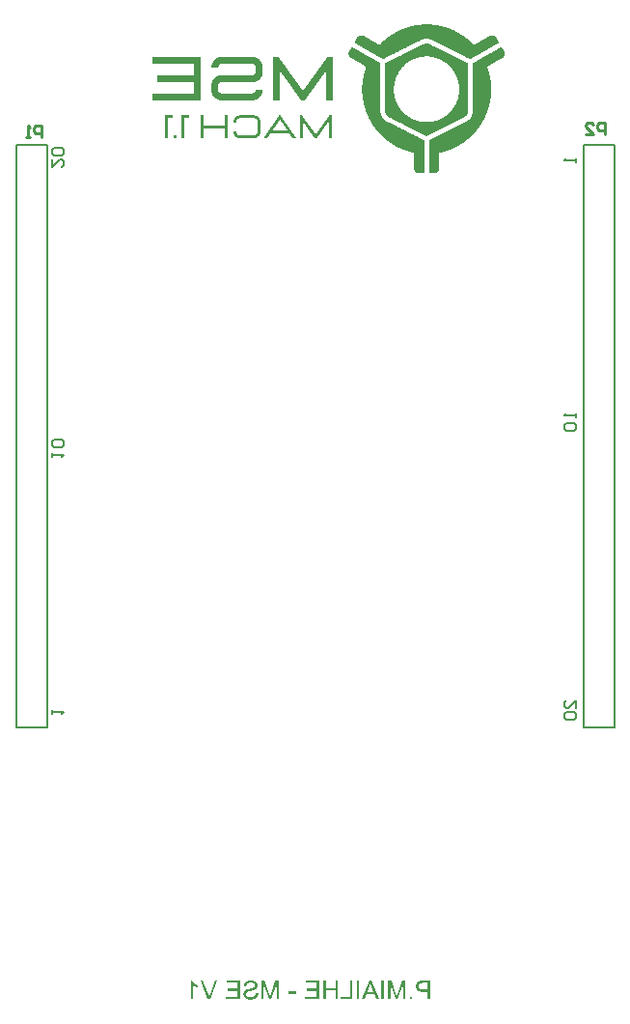
<source format=gbo>
G04*
G04 #@! TF.GenerationSoftware,Altium Limited,Altium Designer,23.0.1 (38)*
G04*
G04 Layer_Color=32896*
%FSLAX44Y44*%
%MOMM*%
G71*
G04*
G04 #@! TF.SameCoordinates,BC9D6512-4978-4A19-9F96-E8A3AF7CD3FB*
G04*
G04*
G04 #@! TF.FilePolarity,Positive*
G04*
G01*
G75*
%ADD11C,0.2000*%
%ADD14C,0.2540*%
%ADD79C,0.1524*%
G36*
X164454Y832304D02*
X164545Y832213D01*
X164581Y794986D01*
X164617Y794733D01*
X164545Y794479D01*
X164454Y794425D01*
X164055Y794388D01*
X163946Y794425D01*
X163874Y794388D01*
X123113Y794406D01*
X122805Y794388D01*
X122551Y794425D01*
X122479Y794533D01*
X122443Y794678D01*
X122461Y800170D01*
X122497Y800279D01*
X122533Y800351D01*
X122714Y800424D01*
X158183Y800406D01*
X158437Y800442D01*
X158564Y800605D01*
X158600Y809957D01*
X158527Y810247D01*
X158473Y810301D01*
X127336Y810337D01*
X126973Y810374D01*
X126828Y810410D01*
X126738Y810500D01*
X126702Y816083D01*
X126738Y816228D01*
X126865Y816318D01*
X158219Y816355D01*
X158473Y816391D01*
X158564Y816481D01*
X158600Y825870D01*
X158527Y826160D01*
X158437Y826250D01*
X122732Y826286D01*
X122587Y826323D01*
X122497Y826413D01*
X122461Y832068D01*
X122497Y832213D01*
X122551Y832267D01*
X122678Y832322D01*
X147997Y832304D01*
X164055D01*
X164200Y832340D01*
X164454Y832304D01*
D02*
G37*
G36*
X210724Y832286D02*
X211051Y832249D01*
X211268Y832213D01*
X211449Y832177D01*
X212029Y832032D01*
X212446Y831977D01*
X212591Y831941D01*
X212972Y831778D01*
X213316Y831651D01*
X213606Y831579D01*
X213860Y831397D01*
X214150Y831289D01*
X214331Y831216D01*
X214440Y831107D01*
X214639Y830981D01*
X214875Y830890D01*
X215056Y830709D01*
X215310Y830564D01*
X215527Y830346D01*
X215600Y830310D01*
X215672Y830238D01*
X215745Y830201D01*
X216035Y829911D01*
X216107Y829875D01*
X216451Y829531D01*
X216488Y829458D01*
X216778Y829168D01*
X216814Y829096D01*
X216923Y828987D01*
X217176Y828661D01*
X217213Y828588D01*
X217321Y828516D01*
X217503Y828189D01*
X217575Y828117D01*
X217612Y828045D01*
X217684Y827972D01*
X217793Y827791D01*
X217901Y827537D01*
X217938Y827465D01*
X218065Y827338D01*
X218137Y827156D01*
X218191Y826957D01*
X218300Y826703D01*
X218391Y826613D01*
X218463Y826432D01*
X218536Y826069D01*
X218590Y825870D01*
X218681Y825670D01*
X218735Y825471D01*
X218808Y825290D01*
X218844Y824818D01*
X218880Y824710D01*
X218916Y823912D01*
X218953Y823803D01*
X218934Y818819D01*
X218898Y818312D01*
X218844Y817678D01*
X218808Y817424D01*
X218771Y817279D01*
X218681Y816971D01*
X218536Y816572D01*
X218481Y816264D01*
X218373Y816010D01*
X218336Y815938D01*
X218282Y815883D01*
X218119Y815430D01*
X218046Y815249D01*
X217974Y815176D01*
X217720Y814705D01*
X217684Y814633D01*
X217630Y814615D01*
X217575Y814524D01*
X217394Y814198D01*
X217213Y814017D01*
X217068Y813763D01*
X216778Y813473D01*
X216742Y813400D01*
X216415Y813074D01*
X216379Y813002D01*
X216288Y812911D01*
X216216Y812875D01*
X215890Y812549D01*
X215817Y812512D01*
X215618Y812313D01*
X215273Y812077D01*
X215201Y812041D01*
X215056Y811896D01*
X214802Y811751D01*
X214730Y811715D01*
X214621Y811606D01*
X214367Y811461D01*
X214186Y811389D01*
X213932Y811207D01*
X213425Y811026D01*
X213117Y810863D01*
X212881Y810772D01*
X212627Y810736D01*
X211993Y810537D01*
X211794Y810482D01*
X211685Y810446D01*
X210960Y810410D01*
X210851Y810374D01*
X189211Y810337D01*
X182759D01*
X182397Y810301D01*
X182089Y810210D01*
X181744Y810084D01*
X181599Y810047D01*
X181418Y809975D01*
X181309Y809866D01*
X181055Y809721D01*
X180602Y809268D01*
X180566Y809196D01*
X180494Y809123D01*
X180457Y809051D01*
X180385Y809014D01*
X180258Y808815D01*
X180167Y808579D01*
X179986Y808181D01*
X179914Y807999D01*
X179877Y803432D01*
X179914Y802852D01*
X179950Y802707D01*
X180113Y802327D01*
X180204Y802091D01*
X180312Y801837D01*
X180494Y801656D01*
X180602Y801475D01*
X180693Y801384D01*
X180765Y801348D01*
X181019Y801094D01*
X181273Y800949D01*
X181382Y800840D01*
X181581Y800714D01*
X181780Y800659D01*
X182034Y800587D01*
X182215Y800514D01*
X182360Y800478D01*
X182469Y800442D01*
X209872Y800406D01*
X210362Y800460D01*
X210543Y800496D01*
X210888Y800623D01*
X211178Y800695D01*
X211359Y800768D01*
X211467Y800877D01*
X211794Y801058D01*
X211848Y801112D01*
X211884Y801185D01*
X212011Y801312D01*
X212084Y801348D01*
X212247Y801547D01*
X212283Y801620D01*
X212464Y801801D01*
X212573Y801982D01*
X212863Y802598D01*
X212899Y802961D01*
X212936Y803215D01*
X212972Y803360D01*
X213026Y803414D01*
X218681Y803450D01*
X218826Y803414D01*
X218934Y803305D01*
X218916Y802454D01*
X218880Y802309D01*
X218844Y801837D01*
X218808Y801475D01*
X218735Y801221D01*
X218699Y801076D01*
X218608Y800877D01*
X218572Y800732D01*
X218481Y800351D01*
X218191Y799735D01*
X218155Y799590D01*
X218046Y799336D01*
X218010Y799264D01*
X217920Y799173D01*
X217738Y798774D01*
X217575Y798575D01*
X217430Y798321D01*
X217249Y798140D01*
X217104Y797886D01*
X217031Y797814D01*
X216995Y797741D01*
X216778Y797524D01*
X216742Y797451D01*
X216379Y797089D01*
X216343Y797016D01*
X216252Y796926D01*
X216180Y796889D01*
X215980Y796690D01*
X215781Y796527D01*
X215708Y796491D01*
X215491Y796273D01*
X215165Y796092D01*
X214984Y795911D01*
X214657Y795730D01*
X214585Y795693D01*
X214422Y795530D01*
X214077Y795403D01*
X213896Y795294D01*
X213570Y795113D01*
X213280Y795041D01*
X212899Y794841D01*
X212519Y794751D01*
X212265Y794715D01*
X212120Y794678D01*
X211703Y794551D01*
X211558Y794515D01*
X211141Y794461D01*
X211033Y794425D01*
X183629Y794388D01*
X182179Y794425D01*
X181599Y794461D01*
X181454Y794497D01*
X181200Y794533D01*
X180784Y794660D01*
X180367Y794751D01*
X180113Y794787D01*
X179787Y794932D01*
X179515Y795059D01*
X179279Y795113D01*
X179025Y795222D01*
X178772Y795403D01*
X178627Y795440D01*
X178446Y795512D01*
X178337Y795621D01*
X177866Y795874D01*
X177793Y795947D01*
X177467Y796201D01*
X177394Y796237D01*
X177213Y796418D01*
X177141Y796454D01*
X177068Y796527D01*
X176996Y796563D01*
X176742Y796817D01*
X176669Y796853D01*
X176434Y797089D01*
X176398Y797161D01*
X176071Y797487D01*
X176035Y797560D01*
X175926Y797669D01*
X175673Y797995D01*
X175636Y798067D01*
X175455Y798249D01*
X175274Y798575D01*
X175165Y798684D01*
X174984Y799010D01*
X174911Y799191D01*
X174839Y799264D01*
X174803Y799336D01*
X174748Y799390D01*
X174621Y799735D01*
X174531Y799970D01*
X174386Y800188D01*
X174295Y800569D01*
X174241Y800768D01*
X174205Y800913D01*
X174023Y801420D01*
X173987Y801602D01*
X173933Y802345D01*
X173897Y802454D01*
X173860Y806948D01*
X173897Y808072D01*
X173933Y808434D01*
X173969Y808906D01*
X174005Y809268D01*
X174132Y809685D01*
X174241Y809975D01*
X174277Y810120D01*
X174313Y810301D01*
X174368Y810537D01*
X174531Y810809D01*
X174730Y811370D01*
X174785Y811425D01*
X174966Y811715D01*
X175056Y811950D01*
X175201Y812095D01*
X175383Y812422D01*
X175564Y812603D01*
X175709Y812857D01*
X175781Y812929D01*
X175818Y813002D01*
X176035Y813219D01*
X176071Y813292D01*
X176434Y813654D01*
X176470Y813727D01*
X176524Y813781D01*
X176597Y813817D01*
X176887Y814107D01*
X176959Y814143D01*
X177032Y814216D01*
X177104Y814252D01*
X177267Y814415D01*
X177612Y814651D01*
X177684Y814687D01*
X177739Y814742D01*
X177775Y814814D01*
X178156Y815013D01*
X178228Y815086D01*
X178301Y815122D01*
X178391Y815213D01*
X178572Y815285D01*
X178808Y815376D01*
X178862Y815430D01*
X179152Y815611D01*
X179297Y815648D01*
X179533Y815702D01*
X179805Y815865D01*
X179986Y815938D01*
X180167Y815974D01*
X180476Y816028D01*
X180620Y816065D01*
X180820Y816119D01*
X181055Y816209D01*
X181164Y816246D01*
X181527Y816282D01*
X181635Y816318D01*
X209872Y816355D01*
X210452Y816391D01*
X210742Y816463D01*
X210942Y816554D01*
X211286Y816681D01*
X211467Y816753D01*
X211558Y816844D01*
X211757Y817007D01*
X211830Y817043D01*
X212120Y817333D01*
X212283Y817533D01*
X212374Y817660D01*
X212446Y817696D01*
X212791Y818366D01*
X212863Y818548D01*
X212899Y818656D01*
X212936Y823441D01*
X212899Y823912D01*
X212827Y824166D01*
X212700Y824402D01*
X212609Y824637D01*
X212500Y824891D01*
X212301Y825090D01*
X212156Y825308D01*
X212084Y825344D01*
X212011Y825416D01*
X211939Y825453D01*
X211921Y825507D01*
X211830Y825598D01*
X211431Y825815D01*
X211377Y825870D01*
X211087Y826051D01*
X210543Y826160D01*
X210235Y826214D01*
X210126Y826250D01*
X182668Y826232D01*
X182451Y826196D01*
X182270Y826160D01*
X181672Y826033D01*
X181454Y825888D01*
X181055Y825670D01*
X181001Y825616D01*
X180965Y825543D01*
X180874Y825453D01*
X180802Y825416D01*
X180639Y825253D01*
X180530Y825072D01*
X180294Y824837D01*
X180204Y824601D01*
X179950Y824057D01*
X179914Y823767D01*
X179877Y823405D01*
X179787Y823314D01*
X174132Y823278D01*
X173969Y823332D01*
X173878Y823459D01*
X173897Y824130D01*
X173933Y824383D01*
X173969Y824855D01*
X174005Y825217D01*
X174132Y825634D01*
X174241Y825924D01*
X174277Y826069D01*
X174331Y826341D01*
X174476Y826667D01*
X174621Y826921D01*
X174694Y827211D01*
X174839Y827428D01*
X175093Y827899D01*
X175129Y827972D01*
X175201Y828045D01*
X175383Y828371D01*
X175509Y828498D01*
X175673Y828697D01*
X175709Y828770D01*
X175926Y828987D01*
X175963Y829059D01*
X176035Y829132D01*
X176071Y829204D01*
X176742Y829875D01*
X176814Y829911D01*
X177014Y830111D01*
X177213Y830274D01*
X177286Y830310D01*
X177431Y830455D01*
X177684Y830636D01*
X177757Y830673D01*
X177902Y830817D01*
X178156Y830962D01*
X178337Y831035D01*
X178446Y831144D01*
X178572Y831234D01*
X178917Y831361D01*
X179170Y831542D01*
X179461Y831651D01*
X179750Y831724D01*
X179950Y831814D01*
X180167Y831923D01*
X180312Y831959D01*
X180784Y832032D01*
X180965Y832068D01*
X181255Y832141D01*
X181490Y832195D01*
X181599Y832231D01*
X182034Y832267D01*
X182143Y832304D01*
X210724Y832286D01*
D02*
G37*
G36*
X139733Y781158D02*
X139823Y781067D01*
X139860Y779291D01*
X139896Y779146D01*
X139860Y778892D01*
X139823Y778747D01*
X139769Y778693D01*
X136434Y778657D01*
X135637D01*
X135456Y778584D01*
X135383Y778403D01*
X135347Y761113D01*
X135220Y761022D01*
X135075Y760986D01*
X133389Y761004D01*
X133244Y760968D01*
X132954Y761040D01*
X132864Y761203D01*
X132882Y761512D01*
X132864Y779835D01*
X132900Y780197D01*
X132864Y780306D01*
X132900Y780560D01*
X132864Y780668D01*
X132900Y781031D01*
X132991Y781122D01*
X133118Y781176D01*
X139334Y781158D01*
X139479Y781194D01*
X139733Y781158D01*
D02*
G37*
G36*
X143539Y763650D02*
X143630Y763523D01*
X143666Y761240D01*
X143630Y761095D01*
X143575Y761040D01*
X141400Y761004D01*
X141255Y761040D01*
X141165Y761131D01*
X141128Y763270D01*
X141201Y763559D01*
X141328Y763686D01*
X141618Y763723D01*
X141654D01*
X141817Y763704D01*
X143285Y763723D01*
X143539Y763650D01*
D02*
G37*
G36*
X211576Y781158D02*
X212084Y781085D01*
X212283Y781031D01*
X212573Y780922D01*
X212990Y780832D01*
X213135Y780795D01*
X213389Y780687D01*
X213588Y780560D01*
X213824Y780469D01*
X214005Y780397D01*
X214114Y780288D01*
X214512Y780070D01*
X214694Y779889D01*
X214875Y779780D01*
X215201Y779454D01*
X215273Y779418D01*
X215328Y779363D01*
X215364Y779291D01*
X215690Y778965D01*
X215727Y778892D01*
X215944Y778675D01*
X216125Y778349D01*
X216180Y778294D01*
X216343Y778095D01*
X216379Y778022D01*
X216524Y777660D01*
X216597Y777587D01*
X216723Y777388D01*
X216778Y777152D01*
X216814Y777007D01*
X216959Y776681D01*
X216995Y776536D01*
X217068Y776355D01*
X217104Y775847D01*
X217140Y775739D01*
X217176Y767619D01*
X217140Y766930D01*
X217104Y766133D01*
X217068Y765879D01*
X216995Y765589D01*
X216905Y765390D01*
X216832Y765209D01*
X216742Y764828D01*
X216669Y764647D01*
X216597Y764574D01*
X216506Y764447D01*
X216415Y764212D01*
X216343Y764031D01*
X216198Y763886D01*
X216017Y763559D01*
X215763Y763306D01*
X215727Y763233D01*
X215437Y762943D01*
X215346Y762816D01*
X215273Y762780D01*
X215038Y762544D01*
X214839Y762381D01*
X214766Y762345D01*
X214548Y762128D01*
X214222Y761946D01*
X214150Y761910D01*
X214077Y761838D01*
X213824Y761693D01*
X213497Y761548D01*
X213370Y761457D01*
X213189Y761385D01*
X212954Y761330D01*
X212809Y761294D01*
X212500Y761203D01*
X212319Y761131D01*
X212120Y761077D01*
X212011Y761040D01*
X198926Y761004D01*
X198346Y761040D01*
X198092Y761077D01*
X197838Y761149D01*
X197603Y761240D01*
X197313Y761312D01*
X197077Y761366D01*
X196823Y761439D01*
X196751Y761512D01*
X196678Y761548D01*
X196624Y761602D01*
X196388Y761693D01*
X196135Y761801D01*
X195990Y761946D01*
X195663Y762128D01*
X195591Y762164D01*
X195573Y762218D01*
X195518Y762273D01*
X195337Y762381D01*
X195011Y762708D01*
X194938Y762744D01*
X194848Y762834D01*
X194811Y762907D01*
X194522Y763197D01*
X194485Y763270D01*
X194231Y763523D01*
X194087Y763777D01*
X194050Y763849D01*
X193942Y763958D01*
X193815Y764158D01*
X193760Y764357D01*
X193615Y764574D01*
X193489Y764774D01*
X193452Y764919D01*
X193398Y765154D01*
X193271Y765462D01*
X193199Y765644D01*
X193126Y765934D01*
X193072Y766640D01*
X193035Y766894D01*
X193072Y767148D01*
X193162Y767239D01*
X195301Y767275D01*
X195446Y767239D01*
X195536Y767112D01*
X195573Y766640D01*
X195609Y766387D01*
X195772Y766006D01*
X195863Y765771D01*
X195899Y765626D01*
X195971Y765444D01*
X196080Y765336D01*
X196261Y765009D01*
X196515Y764756D01*
X196551Y764683D01*
X196714Y764520D01*
X196787Y764484D01*
X197005Y764266D01*
X197403Y764049D01*
X197458Y763994D01*
X197748Y763813D01*
X197983Y763759D01*
X198128Y763723D01*
X198454Y763578D01*
X198781Y763541D01*
X198889Y763505D01*
X210344Y763469D01*
X211033Y763505D01*
X211504Y763541D01*
X211794Y763614D01*
X212047Y763723D01*
X212337Y763795D01*
X212591Y763868D01*
X212700Y763976D01*
X213099Y764194D01*
X213171Y764230D01*
X213225Y764321D01*
X213425Y764484D01*
X213497Y764520D01*
X213552Y764574D01*
X213588Y764647D01*
X213660Y764719D01*
X213697Y764792D01*
X213751Y764810D01*
X213878Y764937D01*
X213914Y765009D01*
X214077Y765281D01*
X214240Y765481D01*
X214422Y765988D01*
X214548Y766224D01*
X214603Y766423D01*
X214639Y766532D01*
X214675Y774941D01*
X214639Y775413D01*
X214603Y775775D01*
X214422Y776174D01*
X214349Y776355D01*
X214313Y776500D01*
X214240Y776681D01*
X214204Y776754D01*
X214095Y776862D01*
X213914Y777189D01*
X213624Y777479D01*
X213588Y777551D01*
X213534Y777606D01*
X213352Y777714D01*
X213135Y777932D01*
X212736Y778149D01*
X212664Y778186D01*
X212591Y778258D01*
X212464Y778349D01*
X212229Y778403D01*
X212084Y778439D01*
X211830Y778512D01*
X211649Y778584D01*
X211395Y778621D01*
X211286Y778657D01*
X199868Y778693D01*
X199071Y778657D01*
X198563Y778584D01*
X198328Y778494D01*
X197947Y778403D01*
X197802Y778367D01*
X197621Y778294D01*
X197548Y778222D01*
X197077Y777968D01*
X196823Y777714D01*
X196751Y777678D01*
X196624Y777551D01*
X196588Y777479D01*
X196443Y777334D01*
X196425Y777316D01*
X196388Y777279D01*
X196153Y776935D01*
X196116Y776862D01*
X196044Y776790D01*
X195953Y776663D01*
X195863Y776428D01*
X195826Y776283D01*
X195609Y775811D01*
X195573Y775231D01*
X195500Y774977D01*
X195355Y774905D01*
X193960Y774923D01*
X193380Y774887D01*
X193126Y774959D01*
X193035Y775123D01*
X193053Y775394D01*
X193090Y775793D01*
X193126Y776228D01*
X193180Y776464D01*
X193380Y776953D01*
X193416Y777098D01*
X193470Y777334D01*
X193543Y777515D01*
X193615Y777587D01*
X193760Y777841D01*
X193869Y778095D01*
X193905Y778167D01*
X194014Y778276D01*
X194195Y778602D01*
X194449Y778856D01*
X194485Y778929D01*
X194775Y779219D01*
X194811Y779291D01*
X194938Y779418D01*
X195011Y779454D01*
X195210Y779653D01*
X195410Y779817D01*
X195482Y779853D01*
X195663Y780034D01*
X195845Y780143D01*
X196026Y780215D01*
X196080Y780270D01*
X196280Y780433D01*
X196461Y780505D01*
X196696Y780596D01*
X196986Y780777D01*
X197131Y780814D01*
X197367Y780868D01*
X197512Y780904D01*
X197711Y780958D01*
X197856Y780995D01*
X198038Y781067D01*
X198382Y781122D01*
X198491Y781158D01*
X209691Y781194D01*
X211576Y781158D01*
D02*
G37*
G36*
X166846D02*
X166991Y781122D01*
X167082Y781031D01*
X167118Y773165D01*
X167082Y772803D01*
X167154Y772513D01*
X167245Y772422D01*
X167372Y772368D01*
X185097Y772331D01*
X185296Y772350D01*
X185478Y772422D01*
X185586Y772603D01*
X185623Y772785D01*
X185605Y780886D01*
X185641Y781031D01*
X185768Y781122D01*
X187761Y781158D01*
X188015Y781122D01*
X188106Y781031D01*
X188142Y779436D01*
Y779400D01*
Y761530D01*
X188178Y761385D01*
X188142Y761131D01*
X188015Y761040D01*
X185985Y761004D01*
X185731Y761040D01*
X185586Y761221D01*
X185605Y769214D01*
X185641Y769323D01*
X185605Y769577D01*
X185387Y769758D01*
X185079Y769812D01*
X184970Y769776D01*
X167734Y769794D01*
X167390Y769776D01*
X167209Y769704D01*
X167118Y769577D01*
X167082Y769323D01*
X167118Y769214D01*
X167100Y761656D01*
X167118Y761167D01*
X166991Y761040D01*
X164816Y761004D01*
X164671Y761040D01*
X164617Y761095D01*
X164581Y780777D01*
X164617Y781031D01*
X164708Y781122D01*
X166520Y781158D01*
X166629Y781194D01*
X166846Y781158D01*
D02*
G37*
G36*
X154196Y781122D02*
X154286Y781031D01*
X154341Y780904D01*
X154323Y779472D01*
X154359Y779110D01*
X154323Y778856D01*
X154123Y778693D01*
X150136Y778657D01*
X149991Y778621D01*
X149882Y778439D01*
X149846Y761729D01*
X149864Y761167D01*
X149701Y761040D01*
X147562Y761004D01*
X147381Y761077D01*
X147309Y761149D01*
X147272Y761294D01*
X147290Y778312D01*
Y778349D01*
Y780850D01*
X147327Y780995D01*
X147454Y781122D01*
X153942Y781158D01*
X154196Y781122D01*
D02*
G37*
G36*
X365594Y860867D02*
X365847Y860758D01*
X366971Y860722D01*
X367080Y860758D01*
X367297Y860722D01*
X367460Y860668D01*
X367750Y860559D01*
X367932Y860523D01*
X368856Y860541D01*
X369110Y860505D01*
X369309Y860450D01*
X369490Y860414D01*
X369980Y860432D01*
X370360Y860269D01*
X371303Y860233D01*
X371720Y860178D01*
X371828Y860142D01*
X371937Y860178D01*
X372191Y860142D01*
X372372Y860070D01*
X372843Y860033D01*
X373061Y859888D01*
X373387Y859852D01*
X373641Y859816D01*
X373786Y859780D01*
X374039Y859671D01*
X374293Y859635D01*
X374402Y859671D01*
X374583Y859635D01*
X374782Y859544D01*
X374982Y859490D01*
X375598Y859417D01*
X375906Y859290D01*
X376323Y859236D01*
X376504Y859163D01*
X376830Y859127D01*
X376975Y859091D01*
X377229Y858982D01*
X377555Y858801D01*
X378063Y858765D01*
X378371Y858674D01*
X378733Y858529D01*
X378878Y858493D01*
X379060Y858456D01*
X379513Y858402D01*
X379767Y858293D01*
X379839Y858257D01*
X379893Y858203D01*
X380075Y858130D01*
X380220Y858094D01*
X380528Y858040D01*
X380800Y857877D01*
X381035Y857786D01*
X381180Y857750D01*
X381434Y857713D01*
X381688Y857605D01*
X381887Y857478D01*
X382195Y857423D01*
X382340Y857387D01*
X382594Y857278D01*
X382666Y857242D01*
X382757Y857152D01*
X382938Y857079D01*
X383174Y857025D01*
X383482Y856934D01*
X383844Y856789D01*
X384261Y856699D01*
X384442Y856626D01*
X384551Y856517D01*
X384878Y856336D01*
X385331Y856100D01*
X385711Y856010D01*
X385965Y855937D01*
X386219Y855756D01*
X386400Y855684D01*
X386690Y855611D01*
X386853Y855520D01*
X386889Y855448D01*
X387071Y855339D01*
X387215Y855303D01*
X387415Y855249D01*
X387687Y855085D01*
X388031Y854959D01*
X388212Y854886D01*
X388357Y854741D01*
X388557Y854614D01*
X388756Y854560D01*
X389028Y854397D01*
X389318Y854288D01*
X389553Y854234D01*
X389644Y854143D01*
X389735Y854016D01*
X389988Y853871D01*
X390206Y853726D01*
X390387Y853617D01*
X390750Y853472D01*
X390822Y853400D01*
X390949Y853309D01*
X391185Y853219D01*
X391366Y853146D01*
X391583Y852929D01*
X392236Y852566D01*
X392381Y852530D01*
X392508Y852403D01*
X392961Y852095D01*
X393033Y852059D01*
X393142Y851950D01*
X393686Y851660D01*
X394084Y851442D01*
X394302Y851225D01*
X394628Y851044D01*
X394701Y851008D01*
X394773Y850935D01*
X394954Y850826D01*
X395136Y850754D01*
X395262Y850627D01*
X395462Y850464D01*
X395534Y850428D01*
X395788Y850174D01*
X396042Y850029D01*
X396114Y849993D01*
X396259Y849848D01*
X396513Y849703D01*
X396803Y849413D01*
X397129Y849231D01*
X397202Y849195D01*
X397274Y849123D01*
X397347Y849086D01*
X397419Y849014D01*
X397492Y848978D01*
X397782Y848688D01*
X397854Y848651D01*
X398017Y848525D01*
X398217Y848361D01*
X398289Y848325D01*
X398398Y848216D01*
X398724Y847963D01*
X398869Y847745D01*
X399195Y847564D01*
X399268Y847528D01*
X399449Y847346D01*
X399522Y847310D01*
X399594Y847238D01*
X399667Y847202D01*
X399685Y847147D01*
X399957Y846875D01*
X400029Y846839D01*
X400102Y846767D01*
X400355Y846621D01*
X400518Y846458D01*
X400555Y846386D01*
X401334Y845607D01*
X401407Y845570D01*
X401497Y845480D01*
X401533Y845407D01*
X401733Y845208D01*
X401805Y845172D01*
X402059Y844990D01*
X402132Y844954D01*
X402548Y844537D01*
X402585Y844465D01*
X402784Y844265D01*
X402856Y844229D01*
X403273Y843812D01*
X403310Y843740D01*
X403455Y843595D01*
X403636Y843341D01*
X403672Y843269D01*
X403726Y843214D01*
X403799Y843178D01*
X403962Y843015D01*
X403998Y842942D01*
X404125Y842815D01*
X404343Y842779D01*
X404524Y842852D01*
X404596Y842888D01*
X404778Y843069D01*
X405430Y843432D01*
X405684Y843540D01*
X405756Y843577D01*
X405865Y843686D01*
X406264Y843903D01*
X406445Y844012D01*
X406699Y844157D01*
X406952Y844265D01*
X407025Y844338D01*
X407496Y844592D01*
X407641Y844737D01*
X408692Y845280D01*
X408765Y845317D01*
X408837Y845425D01*
X409091Y845570D01*
X409345Y845679D01*
X409599Y845860D01*
X409743Y845897D01*
X410015Y846060D01*
X410305Y846241D01*
X410505Y846295D01*
X410722Y846513D01*
X410976Y846658D01*
X411121Y846694D01*
X411338Y846839D01*
X411592Y846984D01*
X411665Y847020D01*
X411719Y847075D01*
X411918Y847238D01*
X411991Y847274D01*
X412353Y847419D01*
X412426Y847492D01*
X412498Y847528D01*
X412553Y847582D01*
X412952Y847727D01*
X413151Y847890D01*
X413477Y848072D01*
X413550Y848108D01*
X413658Y848216D01*
X413785Y848307D01*
X414184Y848452D01*
X414401Y848597D01*
X414637Y848688D01*
X414945Y848996D01*
X415289Y849123D01*
X415543Y849304D01*
X415616Y849340D01*
X415978Y849485D01*
X416051Y849521D01*
X416159Y849630D01*
X416413Y849775D01*
X416486Y849811D01*
X416667Y849993D01*
X416957Y850101D01*
X417102Y850138D01*
X417356Y850319D01*
X417682Y850500D01*
X417754Y850536D01*
X417918Y850699D01*
X418262Y850826D01*
X418443Y850899D01*
X418697Y851080D01*
X419132Y851116D01*
X419240Y851153D01*
X421198Y851189D01*
X421669Y851044D01*
X422467Y850681D01*
X422539Y850645D01*
X422811Y850373D01*
X423010Y850210D01*
X423318Y850047D01*
X423536Y849648D01*
X423663Y849521D01*
X423898Y849177D01*
X423935Y849105D01*
X423989Y849050D01*
X424170Y848760D01*
X424225Y848561D01*
X424279Y848506D01*
X424442Y848307D01*
X424623Y847981D01*
X424660Y847908D01*
X424732Y847836D01*
X425022Y847292D01*
X425167Y847038D01*
X425239Y846785D01*
X425330Y846694D01*
X425457Y846603D01*
X425602Y846350D01*
X425856Y845806D01*
X425928Y845625D01*
X426091Y845462D01*
X426255Y845262D01*
X426291Y845081D01*
X426255Y844936D01*
X426091Y844809D01*
X426019Y844773D01*
X425874Y844628D01*
X425620Y844447D01*
X425548Y844410D01*
X425384Y844284D01*
X425149Y844193D01*
X424968Y844120D01*
X424895Y844084D01*
X424786Y843976D01*
X424587Y843849D01*
X424351Y843758D01*
X424134Y843613D01*
X423808Y843432D01*
X423409Y843178D01*
X423264Y843142D01*
X423010Y843033D01*
X422793Y842815D01*
X422467Y842634D01*
X422394Y842598D01*
X422340Y842544D01*
X422050Y842435D01*
X421850Y842381D01*
X421633Y842163D01*
X421307Y841982D01*
X420690Y841656D01*
X420618Y841619D01*
X420491Y841492D01*
X420255Y841402D01*
X420074Y841329D01*
X420002Y841293D01*
X419893Y841184D01*
X419712Y841076D01*
X419458Y840894D01*
X419385Y840858D01*
X419331Y840804D01*
X419150Y840731D01*
X418914Y840677D01*
X418733Y840604D01*
X418679Y840550D01*
X418642Y840478D01*
X418552Y840387D01*
X418153Y840169D01*
X417899Y840024D01*
X417754Y839988D01*
X417501Y839807D01*
X417247Y839662D01*
X417011Y839571D01*
X416812Y839408D01*
X416558Y839263D01*
X416159Y839009D01*
X416014Y838973D01*
X415761Y838865D01*
X415688Y838792D01*
X415616Y838756D01*
X415543Y838683D01*
X415289Y838538D01*
X415000Y838357D01*
X414710Y838248D01*
X414528Y838176D01*
X414438Y838085D01*
X414401Y838013D01*
X414166Y837886D01*
X413984Y837813D01*
X413912Y837741D01*
X413586Y837560D01*
X413405Y837487D01*
X413332Y837415D01*
X413006Y837233D01*
X412752Y837161D01*
X412553Y836962D01*
X412263Y836780D01*
X412045Y836635D01*
X411701Y836508D01*
X411520Y836436D01*
X411375Y836291D01*
X410976Y836073D01*
X410904Y836037D01*
X410777Y835910D01*
X410541Y835820D01*
X410360Y835747D01*
X410287Y835711D01*
X410142Y835566D01*
X410070Y835530D01*
X409707Y835385D01*
X409599Y835276D01*
X409200Y835059D01*
X409091Y834950D01*
X409019Y834913D01*
X408964Y834859D01*
X408765Y834805D01*
X408439Y834660D01*
X408112Y834406D01*
X407605Y834116D01*
X407424Y834044D01*
X407242Y833935D01*
X406989Y833754D01*
X406844Y833717D01*
X406372Y833391D01*
X406227Y833355D01*
X406010Y833210D01*
X405883Y833119D01*
X405430Y832956D01*
X405249Y832775D01*
X405176Y832739D01*
X404886Y832557D01*
X404560Y832376D01*
X404234Y832231D01*
X404161Y832195D01*
X404089Y832122D01*
X403618Y831869D01*
X403509Y831760D01*
X403038Y831506D01*
X402838Y831379D01*
X402657Y831307D01*
X402458Y831252D01*
X402240Y831035D01*
X402113Y830944D01*
X401878Y830854D01*
X401624Y830673D01*
X401479Y830636D01*
X401298Y830564D01*
X401008Y830383D01*
X400790Y830455D01*
X400736Y830509D01*
X400392Y830636D01*
X400011Y830836D01*
X399775Y830926D01*
X399522Y831035D01*
X399377Y831180D01*
X399250Y831271D01*
X399050Y831325D01*
X398724Y831470D01*
X398670Y831524D01*
X398434Y831615D01*
X398253Y831687D01*
X398072Y831796D01*
X397383Y832159D01*
X397129Y832304D01*
X396948Y832376D01*
X396803Y832412D01*
X396586Y832557D01*
X396513Y832594D01*
X396259Y832702D01*
X396114Y832739D01*
X396006Y832847D01*
X395879Y832938D01*
X395661Y833047D01*
X395462Y833101D01*
X395190Y833264D01*
X394846Y833391D01*
X394664Y833464D01*
X394556Y833572D01*
X394302Y833717D01*
X393776Y833989D01*
X393305Y834170D01*
X393015Y834352D01*
X392780Y834442D01*
X392598Y834515D01*
X392490Y834623D01*
X392290Y834750D01*
X392091Y834805D01*
X391910Y834877D01*
X391601Y835040D01*
X391257Y835167D01*
X391112Y835312D01*
X391040Y835348D01*
X390985Y835403D01*
X390695Y835512D01*
X390514Y835584D01*
X390297Y835729D01*
X389825Y835910D01*
X389626Y836073D01*
X389336Y836182D01*
X389155Y836255D01*
X389082Y836327D01*
X388756Y836508D01*
X388502Y836581D01*
X388230Y836744D01*
X387995Y836835D01*
X387741Y836943D01*
X387542Y837143D01*
X387089Y837306D01*
X386817Y837469D01*
X386581Y837560D01*
X386400Y837632D01*
X386146Y837813D01*
X386074Y837850D01*
X385675Y838031D01*
X385602Y838067D01*
X385512Y838158D01*
X385059Y838321D01*
X384787Y838484D01*
X384551Y838575D01*
X384297Y838683D01*
X384189Y838792D01*
X384062Y838883D01*
X383826Y838973D01*
X383210Y839263D01*
X383065Y839299D01*
X382884Y839372D01*
X382775Y839481D01*
X382449Y839662D01*
X382268Y839734D01*
X382050Y839879D01*
X381869Y839952D01*
X381398Y840169D01*
X381216Y840278D01*
X381035Y840351D01*
X380836Y840441D01*
X380636Y840604D01*
X380238Y840749D01*
X379857Y840949D01*
X379622Y841039D01*
X379440Y841112D01*
X379368Y841148D01*
X379259Y841257D01*
X379005Y841402D01*
X378389Y841692D01*
X377990Y841873D01*
X377592Y842091D01*
X377410Y842163D01*
X377157Y842344D01*
X376867Y842453D01*
X376250Y842743D01*
X375997Y842852D01*
X375924Y842888D01*
X375761Y843051D01*
X375526Y843142D01*
X375344Y843214D01*
X375036Y843377D01*
X374800Y843468D01*
X374547Y843577D01*
X374293Y843758D01*
X374112Y843830D01*
X373876Y843957D01*
X373659Y844102D01*
X373459Y844157D01*
X373061Y844338D01*
X372861Y844465D01*
X372662Y844519D01*
X372281Y844791D01*
X372046Y844882D01*
X371865Y844954D01*
X371556Y845117D01*
X371212Y845244D01*
X370849Y845498D01*
X370777Y845534D01*
X370469Y845661D01*
X370251Y845806D01*
X370016Y845897D01*
X369871Y845933D01*
X369617Y846042D01*
X369545Y846114D01*
X369363Y846223D01*
X369110Y846332D01*
X369037Y846368D01*
X368965Y846440D01*
X368838Y846531D01*
X368602Y846621D01*
X368457Y846658D01*
X368276Y846730D01*
X368185Y846821D01*
X367895Y846930D01*
X367660Y847020D01*
X367605Y847075D01*
X367388Y847220D01*
X367152Y847310D01*
X366898Y847383D01*
X366645Y847528D01*
X366518Y847582D01*
X366282Y847636D01*
X366083Y847691D01*
X365702Y847782D01*
X365322Y847945D01*
X365177Y847981D01*
X364959Y848017D01*
X364778Y848053D01*
X364633Y848090D01*
X364452Y848126D01*
X363781Y848108D01*
X363382Y848289D01*
X362549Y848325D01*
X362186Y848289D01*
X361860Y848144D01*
X361606Y848108D01*
X361135Y848144D01*
X360990Y848108D01*
X360827Y848053D01*
X360555Y847999D01*
X360193Y847963D01*
X359921Y847800D01*
X359613Y847745D01*
X358888Y847528D01*
X358725Y847437D01*
X358543Y847365D01*
X358308Y847310D01*
X358126Y847238D01*
X357873Y847057D01*
X357691Y846984D01*
X357547Y846948D01*
X356930Y846658D01*
X356785Y846621D01*
X356532Y846513D01*
X356459Y846477D01*
X356368Y846386D01*
X355861Y846132D01*
X355644Y845987D01*
X355462Y845915D01*
X355317Y845879D01*
X355136Y845806D01*
X354774Y845589D01*
X354574Y845534D01*
X354320Y845353D01*
X354067Y845208D01*
X353596Y844990D01*
X353469Y844936D01*
X353233Y844845D01*
X353052Y844773D01*
X352943Y844664D01*
X352689Y844519D01*
X352454Y844429D01*
X352164Y844247D01*
X351928Y844157D01*
X351674Y844084D01*
X351620Y844030D01*
X351403Y843885D01*
X351058Y843758D01*
X350986Y843686D01*
X350913Y843649D01*
X350822Y843559D01*
X350587Y843468D01*
X349989Y843196D01*
X349645Y843069D01*
X349590Y843015D01*
X349391Y842852D01*
X349318Y842815D01*
X349300Y842797D01*
X349028Y842707D01*
X348811Y842562D01*
X348684Y842507D01*
X348448Y842417D01*
X348195Y842344D01*
X348086Y842236D01*
X348013Y842199D01*
X347959Y842145D01*
X347723Y842054D01*
X347542Y841982D01*
X347470Y841909D01*
X347216Y841764D01*
X347071Y841728D01*
X346817Y841619D01*
X346527Y841438D01*
X346382Y841402D01*
X346128Y841293D01*
X346020Y841184D01*
X345893Y841094D01*
X345657Y841003D01*
X345277Y840804D01*
X344823Y840641D01*
X344606Y840496D01*
X343990Y840169D01*
X343736Y840024D01*
X343591Y839988D01*
X343265Y839843D01*
X343174Y839753D01*
X342939Y839662D01*
X342685Y839553D01*
X342631Y839499D01*
X342341Y839318D01*
X342105Y839227D01*
X341797Y839064D01*
X341452Y838937D01*
X341271Y838865D01*
X341181Y838774D01*
X340891Y838593D01*
X340691Y838538D01*
X340401Y838357D01*
X340329Y838321D01*
X340148Y838248D01*
X339821Y838103D01*
X339495Y837922D01*
X339241Y837813D01*
X339169Y837777D01*
X339096Y837705D01*
X338969Y837614D01*
X338788Y837542D01*
X338589Y837487D01*
X338317Y837324D01*
X337864Y837161D01*
X337719Y837016D01*
X337393Y836835D01*
X337139Y836726D01*
X337066Y836690D01*
X337012Y836635D01*
X336559Y836472D01*
X336378Y836400D01*
X336305Y836327D01*
X336233Y836291D01*
X336178Y836236D01*
X335943Y836146D01*
X335761Y836073D01*
X335689Y836001D01*
X335562Y835910D01*
X335218Y835783D01*
X334765Y835548D01*
X334529Y835457D01*
X334348Y835385D01*
X334257Y835294D01*
X333967Y835113D01*
X333768Y835059D01*
X333550Y834913D01*
X333424Y834859D01*
X332971Y834696D01*
X332898Y834623D01*
X332499Y834406D01*
X332300Y834315D01*
X332082Y834170D01*
X331738Y834044D01*
X331539Y833953D01*
X331321Y833808D01*
X331086Y833717D01*
X330904Y833645D01*
X330796Y833536D01*
X330542Y833391D01*
X330089Y833192D01*
X329871Y833083D01*
X329672Y833029D01*
X329491Y832956D01*
X329382Y832847D01*
X329056Y832666D01*
X328874Y832594D01*
X328603Y832430D01*
X328367Y832340D01*
X328041Y832195D01*
X327642Y831977D01*
X327461Y831905D01*
X327406Y831851D01*
X327189Y831706D01*
X327008Y831633D01*
X326808Y831579D01*
X326536Y831416D01*
X326083Y831252D01*
X325993Y831162D01*
X325793Y830999D01*
X325503Y830890D01*
X325322Y830817D01*
X325068Y830673D01*
X324742Y830527D01*
X324670Y830491D01*
X324651Y830437D01*
X324561Y830383D01*
X324380Y830346D01*
X324235Y830491D01*
X323909Y830673D01*
X323691Y830817D01*
X323564Y830872D01*
X323329Y830962D01*
X323274Y831017D01*
X323184Y831144D01*
X322930Y831289D01*
X322169Y831651D01*
X321915Y831832D01*
X321589Y832014D01*
X321407Y832086D01*
X321299Y832195D01*
X320682Y832521D01*
X320628Y832576D01*
X320447Y832648D01*
X320247Y832702D01*
X319957Y832992D01*
X319885Y833029D01*
X319051Y833427D01*
X318906Y833572D01*
X318580Y833754D01*
X318399Y833826D01*
X318326Y833862D01*
X318254Y833935D01*
X317783Y834189D01*
X317710Y834225D01*
X317619Y834315D01*
X317384Y834406D01*
X317130Y834515D01*
X316894Y834750D01*
X316659Y834841D01*
X316278Y835040D01*
X316043Y835131D01*
X315825Y835348D01*
X315571Y835493D01*
X315318Y835602D01*
X314919Y835820D01*
X314738Y835928D01*
X314611Y836019D01*
X314103Y836273D01*
X313886Y836454D01*
X313234Y836780D01*
X312998Y836871D01*
X312835Y837034D01*
X312799Y837106D01*
X312672Y837197D01*
X312563Y837233D01*
X312019Y837487D01*
X311838Y837560D01*
X311747Y837650D01*
X311548Y837813D01*
X311421Y837868D01*
X311185Y837958D01*
X311022Y838049D01*
X310823Y838212D01*
X310207Y838538D01*
X309953Y838647D01*
X309881Y838683D01*
X309736Y838828D01*
X309536Y838955D01*
X309300Y839046D01*
X309029Y839209D01*
X308793Y839299D01*
X308521Y839571D01*
X308286Y839662D01*
X308104Y839734D01*
X307887Y839879D01*
X307488Y840097D01*
X307416Y840133D01*
X307325Y840224D01*
X307089Y840314D01*
X306908Y840387D01*
X306836Y840423D01*
X306691Y840568D01*
X305712Y841076D01*
X305585Y841202D01*
X305549Y841275D01*
X305494Y841293D01*
X305422Y841366D01*
X305277Y841402D01*
X305023Y841511D01*
X304552Y841764D01*
X304335Y841909D01*
X304008Y842091D01*
X303827Y842163D01*
X303718Y842272D01*
X303247Y842525D01*
X302848Y842743D01*
X302595Y842852D01*
X302414Y843033D01*
X301870Y843323D01*
X301471Y843540D01*
X301399Y843577D01*
X301254Y843722D01*
X301127Y843776D01*
X300891Y843867D01*
X300674Y844012D01*
X300130Y844302D01*
X299659Y844555D01*
X299586Y844592D01*
X299387Y844791D01*
X299260Y844990D01*
X299278Y845154D01*
X299459Y845335D01*
X299677Y845733D01*
X299749Y845806D01*
X299785Y845879D01*
X299840Y845933D01*
X299967Y846277D01*
X300039Y846458D01*
X300075Y846531D01*
X300166Y846621D01*
X300347Y846911D01*
X300510Y847111D01*
X300565Y847238D01*
X300655Y847473D01*
X300800Y847691D01*
X300891Y847818D01*
X300982Y848053D01*
X301054Y848235D01*
X301108Y848289D01*
X301181Y848325D01*
X301272Y848452D01*
X301670Y849213D01*
X301743Y849286D01*
X301779Y849358D01*
X301852Y849431D01*
X301960Y849612D01*
X302667Y850319D01*
X302993Y850500D01*
X303084Y850591D01*
X303283Y850754D01*
X303428Y850790D01*
X303827Y850971D01*
X304117Y851080D01*
X304262Y851116D01*
X304371Y851153D01*
X306220Y851189D01*
X306473Y851153D01*
X306727Y851080D01*
X306963Y850989D01*
X307307Y850863D01*
X307597Y850790D01*
X307778Y850718D01*
X307996Y850500D01*
X308177Y850391D01*
X308431Y850210D01*
X308503Y850174D01*
X308902Y849993D01*
X308974Y849920D01*
X309228Y849775D01*
X309482Y849666D01*
X309554Y849630D01*
X309699Y849485D01*
X310460Y849086D01*
X310606Y849050D01*
X310859Y848796D01*
X311040Y848688D01*
X311729Y848361D01*
X312200Y848035D01*
X312345Y847999D01*
X312418Y847926D01*
X312490Y847890D01*
X312527Y847818D01*
X312654Y847727D01*
X312889Y847636D01*
X313143Y847528D01*
X313469Y847346D01*
X313687Y847202D01*
X313759Y847165D01*
X313832Y847093D01*
X314448Y846767D01*
X314846Y846549D01*
X314919Y846513D01*
X314991Y846440D01*
X315318Y846259D01*
X315499Y846187D01*
X315571Y846150D01*
X315680Y846042D01*
X315934Y845897D01*
X316079Y845860D01*
X316333Y845679D01*
X316586Y845534D01*
X316677Y845443D01*
X316967Y845262D01*
X317166Y845208D01*
X317384Y845063D01*
X317710Y844882D01*
X317964Y844773D01*
X318073Y844664D01*
X318254Y844555D01*
X318507Y844374D01*
X318834Y844193D01*
X319196Y844084D01*
X319251Y844030D01*
X319450Y843867D01*
X319704Y843722D01*
X319776Y843686D01*
X319885Y843577D01*
X320356Y843323D01*
X320555Y843196D01*
X320700Y843160D01*
X320936Y843069D01*
X321027Y842979D01*
X321063Y842906D01*
X321117Y842852D01*
X321299Y842779D01*
X321444Y842815D01*
X321534Y842906D01*
X321571Y842979D01*
X322060Y843468D01*
X322132Y843504D01*
X322187Y843559D01*
X322223Y843631D01*
X322549Y843957D01*
X322585Y844030D01*
X322640Y844084D01*
X322712Y844120D01*
X322785Y844193D01*
X322857Y844229D01*
X322912Y844284D01*
X322948Y844356D01*
X323002Y844410D01*
X323129Y844501D01*
X323165Y844574D01*
X323274Y844682D01*
X323310Y844755D01*
X323365Y844809D01*
X323437Y844845D01*
X323800Y845208D01*
X323872Y845244D01*
X323890Y845298D01*
X323963Y845371D01*
X324053Y845498D01*
X324126Y845534D01*
X324217Y845625D01*
X324253Y845697D01*
X324325Y845770D01*
X324525Y845933D01*
X324597Y845969D01*
X324688Y846060D01*
X324887Y846223D01*
X324960Y846259D01*
X325250Y846549D01*
X325322Y846585D01*
X325902Y847165D01*
X326228Y847346D01*
X326772Y847890D01*
X327026Y848035D01*
X327098Y848072D01*
X327570Y848543D01*
X327696Y848633D01*
X327932Y848724D01*
X328095Y848887D01*
X328131Y848960D01*
X328331Y849123D01*
X328403Y849159D01*
X328476Y849231D01*
X328729Y849376D01*
X328983Y849485D01*
X329074Y849576D01*
X329110Y849648D01*
X329237Y849775D01*
X329309Y849811D01*
X329454Y849956D01*
X329781Y850138D01*
X329853Y850210D01*
X329926Y850246D01*
X329998Y850319D01*
X330071Y850355D01*
X330143Y850428D01*
X330216Y850464D01*
X330433Y850681D01*
X330759Y850863D01*
X330832Y850935D01*
X331231Y851153D01*
X331412Y851225D01*
X331521Y851334D01*
X331774Y851515D01*
X331847Y851551D01*
X331992Y851696D01*
X332391Y851914D01*
X332463Y851950D01*
X332536Y852022D01*
X332789Y852168D01*
X332952Y852258D01*
X332989Y852331D01*
X333079Y852421D01*
X333260Y852530D01*
X333405Y852566D01*
X333587Y852639D01*
X333695Y852747D01*
X333949Y852893D01*
X334130Y852965D01*
X334312Y853146D01*
X334638Y853327D01*
X334910Y853491D01*
X335109Y853545D01*
X335290Y853617D01*
X335363Y853654D01*
X335381Y853708D01*
X335508Y853835D01*
X336305Y854270D01*
X336559Y854342D01*
X336831Y854505D01*
X337066Y854596D01*
X337248Y854669D01*
X337356Y854777D01*
X337429Y854814D01*
X337520Y854904D01*
X337755Y854995D01*
X338371Y855285D01*
X338734Y855394D01*
X338843Y855502D01*
X339314Y855756D01*
X339368Y855810D01*
X339604Y855901D01*
X339749Y855937D01*
X340003Y856010D01*
X340238Y856100D01*
X340456Y856245D01*
X340691Y856336D01*
X340836Y856372D01*
X341017Y856445D01*
X341072Y856499D01*
X341362Y856680D01*
X341598Y856735D01*
X341742Y856771D01*
X342069Y856916D01*
X342304Y857007D01*
X342649Y857061D01*
X342939Y857133D01*
X343084Y857278D01*
X343210Y857369D01*
X343591Y857460D01*
X343972Y857659D01*
X344389Y857750D01*
X344642Y857786D01*
X345168Y858021D01*
X345404Y858076D01*
X345657Y858148D01*
X345984Y858366D01*
X346273Y858402D01*
X346708Y858475D01*
X346908Y858529D01*
X347143Y858620D01*
X347325Y858692D01*
X347470Y858728D01*
X347723Y858765D01*
X347868Y858801D01*
X348050Y858873D01*
X348485Y858910D01*
X348539Y858964D01*
X348756Y859109D01*
X348901Y859145D01*
X349228Y859182D01*
X349536Y859236D01*
X349717Y859308D01*
X350224Y859417D01*
X350424Y859471D01*
X350804Y859526D01*
X350949Y859562D01*
X351131Y859635D01*
X351493Y859671D01*
X351747Y859780D01*
X352291Y859816D01*
X352490Y859870D01*
X352726Y859961D01*
X352979Y859997D01*
X353124Y860033D01*
X353306Y860106D01*
X353414Y860142D01*
X354103Y860178D01*
X354212Y860214D01*
X355118Y860251D01*
X355589Y860396D01*
X355698Y860432D01*
X356024Y860396D01*
X356278Y860432D01*
X356459Y860505D01*
X357510Y860541D01*
X357619Y860505D01*
X357981Y860541D01*
X358199Y860686D01*
X359576Y860722D01*
X359866Y860795D01*
X360048Y860867D01*
X365231Y860903D01*
X365594Y860867D01*
D02*
G37*
G36*
X363817Y844012D02*
X364071Y843903D01*
X364289Y843867D01*
X364542Y843830D01*
X364687Y843794D01*
X364941Y843686D01*
X364995Y843631D01*
X365177Y843559D01*
X365467Y843450D01*
X365612Y843414D01*
X365811Y843359D01*
X366047Y843232D01*
X366282Y843142D01*
X366536Y843033D01*
X366645Y842924D01*
X366898Y842779D01*
X367225Y842634D01*
X367297Y842598D01*
X367352Y842544D01*
X367587Y842453D01*
X367732Y842417D01*
X367986Y842308D01*
X368058Y842236D01*
X368602Y841946D01*
X368801Y841819D01*
X369255Y841656D01*
X369472Y841511D01*
X369599Y841456D01*
X369943Y841329D01*
X369998Y841275D01*
X370197Y841112D01*
X370324Y841058D01*
X370614Y840949D01*
X370831Y840804D01*
X371067Y840713D01*
X371212Y840677D01*
X371393Y840604D01*
X371502Y840496D01*
X371756Y840351D01*
X371991Y840260D01*
X372281Y840079D01*
X372517Y839988D01*
X372916Y839807D01*
X373169Y839662D01*
X373423Y839553D01*
X373496Y839481D01*
X373822Y839299D01*
X374438Y839009D01*
X374583Y838973D01*
X374764Y838901D01*
X374837Y838865D01*
X374945Y838756D01*
X375018Y838719D01*
X375072Y838665D01*
X375308Y838575D01*
X375562Y838466D01*
X375816Y838321D01*
X375997Y838248D01*
X376142Y838212D01*
X376359Y838067D01*
X376613Y837922D01*
X376758Y837886D01*
X376975Y837741D01*
X377175Y837614D01*
X377410Y837523D01*
X377664Y837415D01*
X377918Y837270D01*
X378063Y837233D01*
X378244Y837161D01*
X378389Y837016D01*
X378462Y836980D01*
X378516Y836925D01*
X378915Y836780D01*
X379277Y836563D01*
X379422Y836526D01*
X379622Y836472D01*
X379839Y836327D01*
X380383Y836037D01*
X380582Y835910D01*
X380818Y835820D01*
X381506Y835493D01*
X381688Y835421D01*
X381796Y835312D01*
X381996Y835185D01*
X382340Y835059D01*
X382612Y834895D01*
X382956Y834769D01*
X383138Y834696D01*
X383210Y834660D01*
X383283Y834587D01*
X383609Y834406D01*
X383862Y834297D01*
X384062Y834170D01*
X384297Y834080D01*
X384624Y833935D01*
X384950Y833754D01*
X385204Y833645D01*
X385276Y833572D01*
X385476Y833446D01*
X385820Y833319D01*
X386092Y833156D01*
X386436Y833029D01*
X386617Y832956D01*
X386726Y832847D01*
X386926Y832720D01*
X387161Y832630D01*
X387542Y832430D01*
X387886Y832304D01*
X388140Y832159D01*
X388339Y832032D01*
X388539Y831977D01*
X388756Y831832D01*
X389082Y831651D01*
X389680Y831379D01*
X390025Y831252D01*
X390170Y831107D01*
X390242Y831071D01*
X390297Y831017D01*
X390641Y830890D01*
X391021Y830691D01*
X391257Y830600D01*
X391511Y830491D01*
X391583Y830419D01*
X391656Y830383D01*
X391710Y830328D01*
X391946Y830238D01*
X392127Y830165D01*
X392200Y830092D01*
X392272Y830056D01*
X392326Y830002D01*
X392671Y829875D01*
X392997Y829730D01*
X393051Y829676D01*
X393233Y829603D01*
X393468Y829512D01*
X393523Y829458D01*
X393722Y829295D01*
X393795Y829259D01*
X393976Y829186D01*
X394121Y829150D01*
X394501Y828951D01*
X394846Y828824D01*
X395208Y828570D01*
X395498Y828461D01*
X395679Y828353D01*
X395752Y828316D01*
X395806Y828262D01*
X396042Y828171D01*
X396803Y827809D01*
X396984Y827736D01*
X397057Y827664D01*
X397256Y827537D01*
X397601Y827410D01*
X397981Y827211D01*
X398325Y827084D01*
X398398Y827011D01*
X398470Y826975D01*
X398543Y826903D01*
X398724Y826794D01*
X398887Y826631D01*
X398923Y783677D01*
X398851Y783387D01*
X398779Y783206D01*
X398742Y782771D01*
X398597Y782445D01*
X398561Y782372D01*
X398507Y782318D01*
X398380Y781973D01*
X398307Y781792D01*
X398253Y781738D01*
X398108Y781520D01*
X398054Y781321D01*
X397927Y781194D01*
X397854Y781158D01*
X397691Y780995D01*
X397601Y780868D01*
X397528Y780832D01*
X397474Y780777D01*
X397437Y780705D01*
X397238Y780505D01*
X397165Y780469D01*
X397039Y780342D01*
X397002Y780270D01*
X396857Y780161D01*
X396658Y780107D01*
X396513Y780070D01*
X396368Y779925D01*
X396114Y779780D01*
X395969Y779744D01*
X395861Y779635D01*
X395607Y779454D01*
X395462Y779418D01*
X395281Y779345D01*
X395027Y779200D01*
X394628Y779055D01*
X394411Y778911D01*
X394084Y778729D01*
X393939Y778693D01*
X393867Y778621D01*
X393541Y778439D01*
X393359Y778367D01*
X393106Y778258D01*
X393033Y778222D01*
X392979Y778167D01*
X392526Y778004D01*
X392381Y777859D01*
X392308Y777823D01*
X392254Y777769D01*
X391801Y777606D01*
X391493Y777442D01*
X391257Y777352D01*
X391076Y777279D01*
X390967Y777171D01*
X390895Y777134D01*
X390840Y777080D01*
X390605Y776989D01*
X390405Y776899D01*
X390188Y776754D01*
X389952Y776663D01*
X389626Y776518D01*
X389300Y776337D01*
X389046Y776228D01*
X388974Y776192D01*
X388901Y776119D01*
X388774Y776029D01*
X388321Y775866D01*
X388013Y775703D01*
X387669Y775576D01*
X387524Y775431D01*
X387451Y775394D01*
X387397Y775340D01*
X386926Y775159D01*
X386708Y775014D01*
X386255Y774851D01*
X385856Y774597D01*
X385711Y774561D01*
X385494Y774416D01*
X385294Y774289D01*
X385113Y774216D01*
X384878Y774162D01*
X384588Y773981D01*
X384515Y773944D01*
X384152Y773800D01*
X384098Y773745D01*
X383899Y773582D01*
X383446Y773419D01*
X383228Y773274D01*
X383047Y773201D01*
X382848Y773147D01*
X382630Y773002D01*
X382014Y772676D01*
X381688Y772495D01*
X381543Y772458D01*
X381361Y772386D01*
X380963Y772168D01*
X380709Y772060D01*
X380600Y771951D01*
X380473Y771860D01*
X380129Y771733D01*
X379676Y771498D01*
X379477Y771443D01*
X379295Y771371D01*
X379187Y771262D01*
X378860Y771081D01*
X378625Y770990D01*
X378407Y770845D01*
X378063Y770718D01*
X377882Y770646D01*
X377265Y770320D01*
X377175Y770229D01*
X376957Y770084D01*
X376758Y770030D01*
X376087Y769722D01*
X375888Y769667D01*
X375743Y769522D01*
X375417Y769341D01*
X374728Y769015D01*
X374511Y768979D01*
X374293Y768833D01*
X373894Y768616D01*
X373568Y768399D01*
X373061Y768217D01*
X372789Y768054D01*
X372553Y767964D01*
X372372Y767891D01*
X372173Y767692D01*
X371991Y767619D01*
X371756Y767529D01*
X371448Y767365D01*
X371212Y767275D01*
X370958Y767202D01*
X370849Y767094D01*
X370523Y766912D01*
X370270Y766804D01*
X370143Y766677D01*
X369961Y766604D01*
X369762Y766550D01*
X369581Y766477D01*
X369363Y766332D01*
X369291Y766296D01*
X368928Y766151D01*
X368729Y765952D01*
X368276Y765789D01*
X367968Y765626D01*
X367732Y765535D01*
X367551Y765462D01*
X367478Y765426D01*
X367370Y765318D01*
X367188Y765209D01*
X366427Y764846D01*
X366174Y764774D01*
X365992Y764665D01*
X365666Y764484D01*
X365485Y764411D01*
X365412Y764375D01*
X365249Y764212D01*
X364796Y764049D01*
X364488Y763886D01*
X364252Y763795D01*
X364071Y763723D01*
X363872Y763523D01*
X363636Y763433D01*
X363237Y763251D01*
X362984Y763106D01*
X362585Y763070D01*
X362440Y763106D01*
X361751Y763433D01*
X361570Y763505D01*
X361461Y763614D01*
X361262Y763741D01*
X361026Y763831D01*
X360845Y763904D01*
X360773Y763940D01*
X360718Y763994D01*
X360156Y764194D01*
X360048Y764303D01*
X359431Y764629D01*
X359105Y764810D01*
X358960Y764846D01*
X358707Y764955D01*
X358308Y765173D01*
X358163Y765209D01*
X358090Y765281D01*
X358018Y765318D01*
X357909Y765426D01*
X357547Y765571D01*
X357293Y765680D01*
X357238Y765734D01*
X356785Y765898D01*
X356622Y765988D01*
X356405Y766169D01*
X356042Y766314D01*
X355825Y766459D01*
X355644Y766532D01*
X355444Y766586D01*
X355263Y766659D01*
X355190Y766731D01*
X354937Y766876D01*
X354683Y766985D01*
X354610Y767021D01*
X354447Y767184D01*
X354212Y767275D01*
X354067Y767311D01*
X353650Y767511D01*
X353414Y767601D01*
X353233Y767674D01*
X353142Y767764D01*
X352943Y767927D01*
X352907D01*
X352726Y768000D01*
X352272Y768235D01*
X352073Y768290D01*
X351819Y768399D01*
X351747Y768435D01*
X351656Y768525D01*
X351149Y768779D01*
X350931Y768924D01*
X350696Y769015D01*
X350152Y769268D01*
X349790Y769414D01*
X349590Y769613D01*
X349137Y769776D01*
X348865Y769939D01*
X348521Y770066D01*
X348340Y770138D01*
X348285Y770193D01*
X347995Y770374D01*
X347760Y770465D01*
X347506Y770646D01*
X347270Y770736D01*
X347035Y770791D01*
X346781Y770972D01*
X346708Y771008D01*
X346527Y771081D01*
X346273Y771190D01*
X346110Y771353D01*
X345766Y771480D01*
X345385Y771679D01*
X345150Y771770D01*
X344842Y771897D01*
X344805Y771969D01*
X344678Y772060D01*
X344606Y772096D01*
X343845Y772458D01*
X343482Y772567D01*
X343410Y772640D01*
X342794Y772966D01*
X342721Y773002D01*
X342631Y773093D01*
X342286Y773220D01*
X341906Y773419D01*
X341452Y773582D01*
X341217Y773818D01*
X340981Y773908D01*
X340564Y774108D01*
X340220Y774234D01*
X340039Y774307D01*
X339966Y774380D01*
X339767Y774506D01*
X339423Y774633D01*
X339169Y774814D01*
X339042Y774869D01*
X338698Y774996D01*
X338426Y775159D01*
X338245Y775231D01*
X338009Y775322D01*
X337954Y775376D01*
X337755Y775539D01*
X337393Y775684D01*
X337085Y775847D01*
X336740Y775974D01*
X336559Y776047D01*
X336450Y776156D01*
X336269Y776264D01*
X335798Y776482D01*
X335598Y776609D01*
X335399Y776663D01*
X335218Y776736D01*
X334855Y776953D01*
X334674Y777026D01*
X334475Y777116D01*
X334275Y777279D01*
X333913Y777424D01*
X333605Y777587D01*
X333152Y777750D01*
X333007Y777896D01*
X332753Y778040D01*
X332064Y778367D01*
X331919Y778403D01*
X331738Y778475D01*
X331484Y778657D01*
X331412Y778693D01*
X331049Y778838D01*
X330977Y778911D01*
X330904Y778947D01*
X330850Y779001D01*
X330614Y779092D01*
X329781Y779490D01*
X329599Y779672D01*
X329527Y779708D01*
X329473Y779762D01*
X329237Y779853D01*
X328965Y780052D01*
X328729Y780143D01*
X328548Y780215D01*
X328367Y780469D01*
X328294Y780505D01*
X328113Y780687D01*
X328041Y780723D01*
X327968Y780795D01*
X327896Y780832D01*
X327769Y780958D01*
X327733Y781031D01*
X327515Y781248D01*
X327334Y781575D01*
X327261Y781647D01*
X327080Y781973D01*
X327044Y782118D01*
X326899Y782336D01*
X326772Y782535D01*
X326718Y782771D01*
X326627Y783079D01*
X326591Y783297D01*
X326555Y783478D01*
X326500Y783677D01*
X326464Y783786D01*
X326482Y826033D01*
X326464Y826595D01*
X326591Y826721D01*
X326663Y826758D01*
X326736Y826830D01*
X326808Y826866D01*
X326917Y826975D01*
X326990Y827011D01*
X327044Y827066D01*
X327280Y827156D01*
X327660Y827356D01*
X328113Y827519D01*
X328276Y827609D01*
X328476Y827773D01*
X328657Y827845D01*
X328911Y827954D01*
X329110Y828081D01*
X329346Y828171D01*
X329599Y828280D01*
X329998Y828498D01*
X330252Y828606D01*
X330306Y828661D01*
X330524Y828806D01*
X330868Y828933D01*
X331140Y829096D01*
X331484Y829222D01*
X331665Y829295D01*
X331774Y829404D01*
X331901Y829494D01*
X332137Y829585D01*
X332318Y829658D01*
X332536Y829802D01*
X332934Y829948D01*
X333170Y830074D01*
X333387Y830219D01*
X333587Y830274D01*
X333949Y830527D01*
X334239Y830636D01*
X334565Y830781D01*
X334620Y830836D01*
X335073Y830999D01*
X335218Y831144D01*
X335290Y831180D01*
X335345Y831234D01*
X335526Y831307D01*
X335725Y831361D01*
X336015Y831542D01*
X336523Y831724D01*
X336595Y831796D01*
X336668Y831832D01*
X336758Y831923D01*
X337103Y832050D01*
X337375Y832249D01*
X337610Y832340D01*
X338299Y832666D01*
X338553Y832775D01*
X338625Y832811D01*
X338698Y832884D01*
X338951Y833029D01*
X339549Y833300D01*
X339894Y833427D01*
X340256Y833681D01*
X340329Y833717D01*
X340728Y833898D01*
X340800Y833935D01*
X340854Y833989D01*
X341090Y834080D01*
X341416Y834225D01*
X341670Y834370D01*
X342051Y834533D01*
X342250Y834696D01*
X342540Y834805D01*
X343156Y835095D01*
X343410Y835203D01*
X343482Y835240D01*
X343555Y835312D01*
X343881Y835493D01*
X344117Y835584D01*
X344334Y835729D01*
X344570Y835820D01*
X344896Y835965D01*
X345222Y836146D01*
X345476Y836255D01*
X345549Y836291D01*
X345621Y836363D01*
X345875Y836508D01*
X346128Y836581D01*
X346509Y836780D01*
X346853Y836907D01*
X346998Y837052D01*
X347198Y837179D01*
X347597Y837324D01*
X347814Y837469D01*
X348158Y837596D01*
X348340Y837668D01*
X348412Y837741D01*
X348485Y837777D01*
X348539Y837831D01*
X348720Y837904D01*
X348956Y837995D01*
X349010Y838049D01*
X349300Y838230D01*
X349500Y838285D01*
X349953Y838520D01*
X350188Y838611D01*
X350369Y838683D01*
X350569Y838883D01*
X350913Y839009D01*
X351167Y839118D01*
X351221Y839173D01*
X351566Y839299D01*
X351747Y839372D01*
X351856Y839481D01*
X352109Y839626D01*
X352508Y839807D01*
X352834Y839988D01*
X352979Y840024D01*
X353179Y840115D01*
X353396Y840260D01*
X353632Y840351D01*
X353813Y840423D01*
X353904Y840514D01*
X354121Y840659D01*
X354320Y840713D01*
X354574Y840822D01*
X354828Y840967D01*
X355190Y841112D01*
X355263Y841148D01*
X355426Y841311D01*
X355607Y841384D01*
X355843Y841474D01*
X356115Y841637D01*
X356296Y841710D01*
X356532Y841801D01*
X356713Y841909D01*
X356785Y841946D01*
X356840Y842000D01*
X357075Y842091D01*
X357257Y842163D01*
X357329Y842199D01*
X357402Y842272D01*
X357528Y842362D01*
X357981Y842525D01*
X358235Y842671D01*
X358308Y842707D01*
X358489Y842779D01*
X358634Y842815D01*
X358815Y842997D01*
X358888Y843033D01*
X358942Y843087D01*
X359123Y843160D01*
X359323Y843214D01*
X359468Y843251D01*
X359939Y843468D01*
X360229Y843504D01*
X360555Y843649D01*
X360809Y843794D01*
X361099Y843830D01*
X361353Y843867D01*
X361733Y844030D01*
X363201Y844012D01*
X363672Y844048D01*
X363817Y844012D01*
D02*
G37*
G36*
X232727Y832249D02*
X232763Y832177D01*
X233053Y831887D01*
X233089Y831814D01*
X233252Y831542D01*
X233325Y831506D01*
X233379Y831416D01*
X233524Y831162D01*
X233561Y831089D01*
X233706Y830944D01*
X233850Y830691D01*
X234068Y830473D01*
X234213Y830219D01*
X234249Y830147D01*
X234431Y829966D01*
X234576Y829712D01*
X234612Y829639D01*
X234720Y829531D01*
X234902Y829277D01*
X234938Y829204D01*
X235083Y829059D01*
X235264Y828733D01*
X235391Y828606D01*
X235627Y828262D01*
X235663Y828189D01*
X235717Y828171D01*
X235772Y828117D01*
X235953Y827791D01*
X236134Y827609D01*
X236315Y827283D01*
X236497Y827102D01*
X236642Y826848D01*
X236823Y826667D01*
X237004Y826341D01*
X237149Y826196D01*
X237330Y825870D01*
X237548Y825652D01*
X237693Y825398D01*
X237747Y825344D01*
X237910Y825145D01*
X238055Y824891D01*
X238092Y824818D01*
X238200Y824710D01*
X238382Y824456D01*
X238418Y824383D01*
X238563Y824239D01*
X238708Y823985D01*
X238780Y823912D01*
X238817Y823840D01*
X238962Y823695D01*
X238998Y823622D01*
X239161Y823350D01*
X239233Y823314D01*
X239433Y823006D01*
X239469Y822934D01*
X239650Y822752D01*
X239795Y822499D01*
X239831Y822426D01*
X239976Y822281D01*
X240121Y822027D01*
X240303Y821846D01*
X240484Y821520D01*
X240665Y821339D01*
X240846Y821012D01*
X241028Y820831D01*
X241173Y820577D01*
X241354Y820396D01*
X241535Y820070D01*
X241716Y819889D01*
X241861Y819635D01*
X241898Y819563D01*
X242079Y819381D01*
X242224Y819128D01*
X242369Y818982D01*
X242550Y818656D01*
X242677Y818529D01*
X242913Y818185D01*
X242949Y818113D01*
X243094Y817968D01*
X243239Y817714D01*
X243293Y817660D01*
X243456Y817460D01*
X243601Y817206D01*
X243728Y817079D01*
X243964Y816735D01*
X244000Y816663D01*
X244054Y816608D01*
X244127Y816572D01*
X244181Y816481D01*
X244326Y816228D01*
X244362Y816155D01*
X244507Y816010D01*
X244652Y815757D01*
X244870Y815539D01*
X245015Y815285D01*
X245051Y815213D01*
X245196Y815068D01*
X245377Y814742D01*
X245559Y814560D01*
X245704Y814307D01*
X245885Y814125D01*
X246066Y813799D01*
X246247Y813618D01*
X246392Y813364D01*
X246429Y813292D01*
X246537Y813183D01*
X246719Y812929D01*
X246755Y812857D01*
X246900Y812712D01*
X247081Y812385D01*
X247208Y812259D01*
X247444Y811914D01*
X247480Y811842D01*
X247589Y811769D01*
X247770Y811443D01*
X247951Y811262D01*
X248132Y810936D01*
X248313Y810754D01*
X248458Y810500D01*
X248549Y810410D01*
X248712Y810210D01*
X248857Y809957D01*
X248893Y809884D01*
X249038Y809739D01*
X249183Y809486D01*
X249401Y809268D01*
X249546Y809014D01*
X249582Y808942D01*
X249727Y808797D01*
X249908Y808471D01*
X250090Y808289D01*
X250235Y808036D01*
X250416Y807854D01*
X250597Y807528D01*
X250778Y807347D01*
X250923Y807093D01*
X250959Y807021D01*
X251014Y806966D01*
X251086Y806930D01*
X251250Y806658D01*
X251286Y806586D01*
X251467Y806404D01*
X251612Y806151D01*
X251648Y806078D01*
X251793Y805933D01*
X251938Y805679D01*
X252156Y805462D01*
X252301Y805208D01*
X252337Y805136D01*
X252482Y804991D01*
X252663Y804665D01*
X252844Y804483D01*
X252989Y804230D01*
X253171Y804048D01*
X253352Y803722D01*
X253406Y803668D01*
X253569Y803468D01*
X253714Y803215D01*
X253841Y803088D01*
X254023Y802798D01*
X254149Y802707D01*
X254312Y802725D01*
X254439Y802852D01*
X254476Y802925D01*
X254548Y802997D01*
X254675Y803196D01*
X254820Y803414D01*
X254892Y803450D01*
X255092Y803758D01*
X255128Y803831D01*
X255273Y803976D01*
X255454Y804302D01*
X255636Y804483D01*
X255781Y804737D01*
X255962Y804918D01*
X256143Y805245D01*
X256324Y805426D01*
X256469Y805679D01*
X256506Y805752D01*
X256614Y805861D01*
X256795Y806115D01*
X256832Y806187D01*
X257013Y806368D01*
X257158Y806622D01*
X257194Y806694D01*
X257285Y806785D01*
X257520Y807129D01*
X257557Y807202D01*
X257665Y807311D01*
X257847Y807564D01*
X257883Y807637D01*
X258028Y807782D01*
X258209Y808108D01*
X258336Y808235D01*
X258572Y808579D01*
X258608Y808652D01*
X258717Y808724D01*
X258898Y809051D01*
X258952Y809105D01*
X259115Y809304D01*
X259260Y809558D01*
X259442Y809739D01*
X259587Y809993D01*
X259677Y810084D01*
X259840Y810283D01*
X259985Y810537D01*
X260021Y810609D01*
X260166Y810754D01*
X260312Y811008D01*
X260493Y811189D01*
X260638Y811443D01*
X260710Y811515D01*
X260746Y811588D01*
X260855Y811697D01*
X261036Y812023D01*
X261145Y812132D01*
X261327Y812385D01*
X261363Y812458D01*
X261544Y812639D01*
X261725Y812965D01*
X261906Y813147D01*
X261943Y813219D01*
X262106Y813491D01*
X262178Y813527D01*
X262269Y813654D01*
X262414Y813908D01*
X262595Y814089D01*
X262740Y814343D01*
X262776Y814415D01*
X262921Y814560D01*
X263066Y814814D01*
X263284Y815032D01*
X263429Y815285D01*
X263465Y815358D01*
X263610Y815503D01*
X263791Y815829D01*
X263972Y816010D01*
X264118Y816264D01*
X264299Y816445D01*
X264480Y816771D01*
X264661Y816953D01*
X264842Y817279D01*
X265024Y817460D01*
X265169Y817714D01*
X265350Y817895D01*
X265531Y818221D01*
X265712Y818403D01*
X265857Y818656D01*
X266039Y818838D01*
X266220Y819164D01*
X266274Y819218D01*
X266437Y819417D01*
X266582Y819671D01*
X266764Y819853D01*
X266909Y820106D01*
X266999Y820197D01*
X267162Y820396D01*
X267325Y820704D01*
X267398Y820741D01*
X267597Y821049D01*
X267634Y821121D01*
X267815Y821302D01*
X267960Y821556D01*
X268032Y821629D01*
X268069Y821701D01*
X268177Y821810D01*
X268322Y822064D01*
X268358Y822136D01*
X268413Y822190D01*
X268485Y822227D01*
X268648Y822499D01*
X268685Y822571D01*
X268866Y822752D01*
X269011Y823006D01*
X269047Y823079D01*
X269192Y823223D01*
X269337Y823477D01*
X269555Y823695D01*
X269700Y823949D01*
X269736Y824021D01*
X269881Y824166D01*
X270062Y824492D01*
X270243Y824673D01*
X270388Y824927D01*
X270606Y825145D01*
X270751Y825398D01*
X270787Y825471D01*
X270932Y825616D01*
X271113Y825942D01*
X271295Y826123D01*
X271440Y826377D01*
X271621Y826558D01*
X271802Y826885D01*
X271983Y827066D01*
X272128Y827319D01*
X272165Y827392D01*
X272346Y827573D01*
X272491Y827827D01*
X272672Y828008D01*
X272817Y828262D01*
X272853Y828335D01*
X272998Y828480D01*
X273143Y828733D01*
X273361Y828951D01*
X273506Y829204D01*
X273542Y829277D01*
X273687Y829422D01*
X273868Y829748D01*
X274013Y829893D01*
X274194Y830147D01*
X274231Y830219D01*
X274376Y830364D01*
X274557Y830691D01*
X274629Y830763D01*
X274666Y830836D01*
X274720Y830854D01*
X274919Y831162D01*
X274956Y831234D01*
X275101Y831379D01*
X275246Y831633D01*
X275373Y831760D01*
X275608Y832104D01*
X275644Y832177D01*
X275771Y832267D01*
X280049Y832304D01*
X280230Y832231D01*
X280284Y832141D01*
X280320Y794914D01*
X280357Y794805D01*
X280320Y794551D01*
X280121Y794425D01*
X274829Y794388D01*
X274466Y794425D01*
X274321Y794461D01*
X274267Y794515D01*
X274231Y818692D01*
X274267Y819273D01*
X274231Y819526D01*
X274176Y819581D01*
X274068Y819617D01*
X273923Y819581D01*
X273723Y819200D01*
X273615Y819091D01*
X273470Y818838D01*
X273288Y818656D01*
X273107Y818330D01*
X273034Y818258D01*
X272998Y818185D01*
X272944Y818167D01*
X272889Y818076D01*
X272745Y817823D01*
X272563Y817641D01*
X272418Y817388D01*
X272273Y817243D01*
X272237Y817170D01*
X272165Y817098D01*
X272128Y817025D01*
X271965Y816753D01*
X271893Y816717D01*
X271693Y816409D01*
X271657Y816336D01*
X271476Y816155D01*
X271331Y815901D01*
X271295Y815829D01*
X271150Y815684D01*
X271005Y815430D01*
X270823Y815249D01*
X270642Y814923D01*
X270461Y814742D01*
X270316Y814488D01*
X270280Y814415D01*
X270171Y814307D01*
X269990Y814053D01*
X269953Y813980D01*
X269772Y813799D01*
X269591Y813473D01*
X269446Y813328D01*
X269265Y813002D01*
X269120Y812857D01*
X268939Y812603D01*
X268902Y812530D01*
X268757Y812385D01*
X268576Y812059D01*
X268395Y811878D01*
X268214Y811552D01*
X268032Y811370D01*
X267887Y811117D01*
X267779Y811008D01*
X267742Y810936D01*
X267688Y810881D01*
X267434Y810482D01*
X267362Y810446D01*
X267162Y810138D01*
X267126Y810066D01*
X266945Y809884D01*
X266800Y809631D01*
X266764Y809558D01*
X266655Y809449D01*
X266510Y809196D01*
X266292Y808978D01*
X266111Y808652D01*
X265930Y808471D01*
X265785Y808217D01*
X265749Y808144D01*
X265604Y807999D01*
X265459Y807746D01*
X265241Y807528D01*
X265096Y807274D01*
X265060Y807202D01*
X264915Y807057D01*
X264734Y806731D01*
X264552Y806550D01*
X264408Y806296D01*
X264226Y806115D01*
X264045Y805788D01*
X263991Y805734D01*
X263827Y805535D01*
X263683Y805281D01*
X263501Y805100D01*
X263356Y804846D01*
X263248Y804737D01*
X263211Y804665D01*
X263157Y804610D01*
X262939Y804248D01*
X262867Y804212D01*
X262776Y804085D01*
X262631Y803831D01*
X262414Y803613D01*
X262269Y803360D01*
X262233Y803287D01*
X262124Y803178D01*
X261979Y802925D01*
X261761Y802707D01*
X261580Y802381D01*
X261435Y802236D01*
X261254Y801910D01*
X261073Y801729D01*
X260928Y801475D01*
X260710Y801257D01*
X260565Y801004D01*
X260529Y800931D01*
X260384Y800786D01*
X260203Y800460D01*
X260021Y800279D01*
X259876Y800025D01*
X259695Y799844D01*
X259514Y799517D01*
X259333Y799336D01*
X259152Y799010D01*
X258970Y798829D01*
X258825Y798575D01*
X258771Y798521D01*
X258608Y798321D01*
X258463Y798067D01*
X258427Y797995D01*
X258372Y797977D01*
X258282Y797886D01*
X258100Y797560D01*
X257919Y797379D01*
X257774Y797125D01*
X257738Y797053D01*
X257684Y796998D01*
X257665Y796980D01*
X257593Y796908D01*
X257448Y796654D01*
X257230Y796436D01*
X257085Y796183D01*
X257049Y796110D01*
X256904Y795965D01*
X256723Y795639D01*
X256542Y795458D01*
X256397Y795204D01*
X256179Y794986D01*
X256034Y794733D01*
X255998Y794660D01*
X255944Y794606D01*
X255690Y794425D01*
X252971Y794388D01*
X252718Y794425D01*
X252627Y794515D01*
X252591Y794588D01*
X252518Y794660D01*
X252482Y794733D01*
X252428Y794751D01*
X252337Y794878D01*
X252192Y795131D01*
X252047Y795276D01*
X251866Y795603D01*
X251684Y795784D01*
X251539Y796038D01*
X251358Y796219D01*
X251177Y796545D01*
X251105Y796618D01*
X251068Y796690D01*
X250959Y796799D01*
X250815Y797053D01*
X250633Y797234D01*
X250488Y797487D01*
X250416Y797560D01*
X250380Y797633D01*
X250271Y797741D01*
X250090Y798067D01*
X249908Y798249D01*
X249763Y798502D01*
X249582Y798684D01*
X249401Y799010D01*
X249220Y799191D01*
X249075Y799445D01*
X249038Y799517D01*
X248857Y799699D01*
X248712Y799952D01*
X248531Y800134D01*
X248350Y800460D01*
X248168Y800641D01*
X248023Y800895D01*
X247987Y800967D01*
X247933Y800985D01*
X247842Y801076D01*
X247661Y801402D01*
X247516Y801547D01*
X247335Y801873D01*
X247153Y802055D01*
X247008Y802309D01*
X246827Y802490D01*
X246646Y802816D01*
X246465Y802997D01*
X246284Y803323D01*
X246102Y803505D01*
X245957Y803758D01*
X245776Y803940D01*
X245559Y804338D01*
X245377Y804520D01*
X245232Y804773D01*
X245015Y804991D01*
X244870Y805245D01*
X244834Y805317D01*
X244689Y805462D01*
X244544Y805716D01*
X244507Y805788D01*
X244453Y805843D01*
X244380Y805879D01*
X244217Y806151D01*
X244181Y806223D01*
X244000Y806404D01*
X243855Y806658D01*
X243819Y806731D01*
X243674Y806876D01*
X243529Y807129D01*
X243311Y807347D01*
X243166Y807601D01*
X243130Y807673D01*
X242985Y807818D01*
X242804Y808144D01*
X242623Y808326D01*
X242477Y808579D01*
X242296Y808761D01*
X242115Y809087D01*
X241934Y809268D01*
X241753Y809594D01*
X241571Y809775D01*
X241426Y810029D01*
X241336Y810120D01*
X241173Y810319D01*
X241028Y810573D01*
X240991Y810646D01*
X240846Y810790D01*
X240701Y811044D01*
X240574Y811171D01*
X240339Y811515D01*
X240303Y811588D01*
X240194Y811697D01*
X240049Y811950D01*
X239976Y812023D01*
X239940Y812095D01*
X239886Y812113D01*
X239686Y812422D01*
X239650Y812494D01*
X239469Y812675D01*
X239324Y812929D01*
X239288Y813002D01*
X239143Y813147D01*
X238998Y813400D01*
X238780Y813618D01*
X238635Y813872D01*
X238599Y813944D01*
X238454Y814089D01*
X238273Y814415D01*
X238092Y814596D01*
X237946Y814850D01*
X237765Y815032D01*
X237584Y815358D01*
X237403Y815539D01*
X237222Y815865D01*
X237040Y816047D01*
X236895Y816300D01*
X236714Y816481D01*
X236678Y816554D01*
X236497Y816844D01*
X236460Y816916D01*
X236406Y816935D01*
X236207Y817243D01*
X236170Y817315D01*
X235989Y817496D01*
X235844Y817750D01*
X235735Y817859D01*
X235699Y817931D01*
X235627Y818004D01*
X235590Y818076D01*
X235427Y818348D01*
X235355Y818384D01*
X235300Y818439D01*
X235156Y818692D01*
X235119Y818765D01*
X234938Y818946D01*
X234793Y819200D01*
X234757Y819273D01*
X234648Y819381D01*
X234503Y819635D01*
X234412Y819726D01*
X234304Y819762D01*
X234177Y819635D01*
X234195Y819146D01*
X234177Y795240D01*
X234213Y794769D01*
X234177Y794515D01*
X234086Y794425D01*
X233651Y794388D01*
X233542Y794425D01*
X233470Y794388D01*
X228921Y794406D01*
X228577Y794388D01*
X228323Y794425D01*
X228232Y794515D01*
X228196Y832032D01*
X228232Y832177D01*
X228341Y832286D01*
X228486Y832322D01*
X232020Y832304D01*
X232491Y832340D01*
X232727Y832249D01*
D02*
G37*
G36*
X279287Y781158D02*
X279414Y781031D01*
X279450Y761240D01*
X279414Y761095D01*
X279305Y761022D01*
X279124Y760986D01*
X277439Y761004D01*
X277330Y760968D01*
X277076Y761004D01*
X276986Y761095D01*
X276949Y774760D01*
X276986Y775449D01*
X276913Y775703D01*
X276804Y775775D01*
X276714Y775757D01*
X276659Y775703D01*
X276623Y775630D01*
X276551Y775449D01*
X276369Y775195D01*
X276261Y775014D01*
X276170Y774923D01*
X276007Y774724D01*
X275862Y774470D01*
X275826Y774398D01*
X275681Y774253D01*
X275536Y773999D01*
X275318Y773781D01*
X275173Y773528D01*
X275137Y773455D01*
X274992Y773310D01*
X274811Y772984D01*
X274629Y772803D01*
X274484Y772549D01*
X274303Y772368D01*
X274122Y772041D01*
X273941Y771860D01*
X273759Y771534D01*
X273669Y771443D01*
X273596Y771407D01*
X273433Y771135D01*
X273397Y771063D01*
X273252Y770918D01*
X273071Y770592D01*
X272889Y770410D01*
X272745Y770157D01*
X272563Y769975D01*
X272382Y769649D01*
X272237Y769504D01*
X272056Y769178D01*
X271838Y768960D01*
X271693Y768707D01*
X271512Y768525D01*
X271367Y768272D01*
X271331Y768199D01*
X271240Y768109D01*
X271005Y767764D01*
X270968Y767692D01*
X270823Y767547D01*
X270678Y767293D01*
X270588Y767202D01*
X270425Y767003D01*
X270280Y766749D01*
X270243Y766677D01*
X270189Y766659D01*
X269953Y766314D01*
X269917Y766242D01*
X269809Y766169D01*
X269627Y765843D01*
X269555Y765771D01*
X269519Y765698D01*
X269410Y765589D01*
X269265Y765336D01*
X269138Y765209D01*
X268902Y764864D01*
X268866Y764792D01*
X268812Y764774D01*
X268721Y764647D01*
X268540Y764321D01*
X268358Y764139D01*
X268214Y763886D01*
X267996Y763668D01*
X267851Y763415D01*
X267815Y763342D01*
X267670Y763197D01*
X267489Y762871D01*
X267307Y762690D01*
X267162Y762436D01*
X266981Y762254D01*
X266800Y761928D01*
X266619Y761747D01*
X266474Y761493D01*
X266383Y761366D01*
X266311Y761330D01*
X266256Y761240D01*
X266166Y761113D01*
X266039Y761022D01*
X265133Y760986D01*
X264969Y761004D01*
X264824Y761040D01*
X264607Y761258D01*
X264371Y761602D01*
X264335Y761675D01*
X264190Y761820D01*
X264045Y762073D01*
X263936Y762182D01*
X263900Y762254D01*
X263827Y762327D01*
X263683Y762581D01*
X263465Y762798D01*
X263320Y763052D01*
X263284Y763124D01*
X263175Y763197D01*
X262958Y763596D01*
X262849Y763704D01*
X262668Y763958D01*
X262631Y764031D01*
X262505Y764158D01*
X262269Y764502D01*
X262233Y764574D01*
X262088Y764719D01*
X261943Y764973D01*
X261906Y765046D01*
X261798Y765154D01*
X261616Y765408D01*
X261580Y765481D01*
X261399Y765662D01*
X261218Y765988D01*
X261036Y766169D01*
X261000Y766242D01*
X260837Y766514D01*
X260765Y766550D01*
X260565Y766858D01*
X260529Y766930D01*
X260348Y767112D01*
X260203Y767365D01*
X260166Y767438D01*
X260021Y767583D01*
X259876Y767837D01*
X259659Y768054D01*
X259514Y768308D01*
X259478Y768380D01*
X259333Y768525D01*
X259152Y768852D01*
X258970Y769033D01*
X258825Y769287D01*
X258644Y769468D01*
X258463Y769794D01*
X258282Y769975D01*
X258100Y770302D01*
X257919Y770483D01*
X257774Y770736D01*
X257720Y770791D01*
X257557Y770990D01*
X257412Y771244D01*
X257267Y771389D01*
X257230Y771461D01*
X257049Y771715D01*
X257013Y771788D01*
X256904Y771860D01*
X256723Y772187D01*
X256651Y772259D01*
X256614Y772331D01*
X256542Y772404D01*
X256397Y772658D01*
X256215Y772839D01*
X256070Y773093D01*
X255998Y773165D01*
X255962Y773238D01*
X255907Y773256D01*
X255817Y773383D01*
X255672Y773636D01*
X255636Y773709D01*
X255490Y773854D01*
X255345Y774108D01*
X255128Y774325D01*
X254983Y774579D01*
X254947Y774651D01*
X254766Y774833D01*
X254621Y775086D01*
X254584Y775159D01*
X254476Y775267D01*
X254331Y775521D01*
X254294Y775594D01*
X254240Y775648D01*
X254059Y775684D01*
X254004Y775630D01*
X253950Y775503D01*
X253968Y769287D01*
Y769250D01*
Y761240D01*
X253932Y761095D01*
X253841Y761040D01*
X251703Y761004D01*
X251558Y761040D01*
X251431Y761167D01*
X251449Y761584D01*
X251431Y780886D01*
X251503Y781067D01*
X251612Y781140D01*
X251829Y781176D01*
X252718Y781158D01*
X252971Y781194D01*
X253116Y781158D01*
X253298Y781085D01*
X253370Y781049D01*
X253388Y780995D01*
X253442Y780977D01*
X253569Y780814D01*
X253769Y780505D01*
X253841Y780469D01*
X253896Y780378D01*
X254041Y780125D01*
X254095Y780070D01*
X254258Y779871D01*
X254403Y779617D01*
X254530Y779490D01*
X254766Y779146D01*
X254802Y779074D01*
X254856Y779019D01*
X254929Y778983D01*
X254983Y778892D01*
X255128Y778639D01*
X255164Y778566D01*
X255237Y778494D01*
X255418Y778240D01*
X255454Y778167D01*
X255581Y778040D01*
X255817Y777696D01*
X255853Y777624D01*
X255998Y777479D01*
X256143Y777225D01*
X256179Y777152D01*
X256324Y777007D01*
X256469Y776754D01*
X256687Y776536D01*
X256832Y776283D01*
X256868Y776210D01*
X257049Y776029D01*
X257194Y775775D01*
X257230Y775703D01*
X257339Y775594D01*
X257520Y775340D01*
X257557Y775267D01*
X257702Y775123D01*
X257883Y774796D01*
X258064Y774615D01*
X258209Y774361D01*
X258390Y774180D01*
X258572Y773854D01*
X258753Y773673D01*
X258934Y773346D01*
X259115Y773165D01*
X259260Y772911D01*
X259442Y772730D01*
X259623Y772404D01*
X259768Y772259D01*
X259949Y771933D01*
X260094Y771788D01*
X260275Y771534D01*
X260312Y771461D01*
X260366Y771407D01*
X260529Y771208D01*
X260674Y770954D01*
X260710Y770882D01*
X260819Y770773D01*
X261000Y770519D01*
X261036Y770447D01*
X261181Y770302D01*
X261327Y770048D01*
X261399Y769975D01*
X261435Y769903D01*
X261580Y769758D01*
X261616Y769685D01*
X261779Y769414D01*
X261852Y769377D01*
X262051Y769069D01*
X262088Y768997D01*
X262269Y768815D01*
X262414Y768562D01*
X262450Y768489D01*
X262595Y768344D01*
X262740Y768090D01*
X262958Y767873D01*
X263103Y767619D01*
X263139Y767547D01*
X263284Y767402D01*
X263465Y767076D01*
X263646Y766894D01*
X263791Y766640D01*
X263972Y766459D01*
X264154Y766133D01*
X264335Y765952D01*
X264480Y765698D01*
X264516Y765626D01*
X264697Y765444D01*
X264842Y765191D01*
X264988Y765046D01*
X265205Y764647D01*
X265259Y764593D01*
X265441Y764556D01*
X265622Y764629D01*
X265676Y764683D01*
X265857Y765009D01*
X266075Y765227D01*
X266220Y765481D01*
X266365Y765626D01*
X266546Y765952D01*
X266619Y766024D01*
X266655Y766097D01*
X266764Y766206D01*
X266909Y766459D01*
X267054Y766604D01*
X267235Y766858D01*
X267271Y766930D01*
X267380Y767039D01*
X267416Y767112D01*
X267489Y767184D01*
X267525Y767257D01*
X267688Y767529D01*
X267760Y767565D01*
X267960Y767873D01*
X267996Y767945D01*
X268177Y768127D01*
X268322Y768380D01*
X268358Y768453D01*
X268503Y768598D01*
X268648Y768852D01*
X268866Y769069D01*
X269011Y769323D01*
X269047Y769395D01*
X269192Y769540D01*
X269373Y769867D01*
X269555Y770048D01*
X269700Y770302D01*
X269881Y770483D01*
X270062Y770809D01*
X270243Y770990D01*
X270425Y771317D01*
X270606Y771498D01*
X270751Y771751D01*
X270932Y771933D01*
X271113Y772259D01*
X271295Y772440D01*
X271440Y772694D01*
X271476Y772766D01*
X271530Y772821D01*
X271603Y772857D01*
X271766Y773129D01*
X271802Y773201D01*
X271947Y773346D01*
X272128Y773673D01*
X272310Y773854D01*
X272454Y774108D01*
X272636Y774289D01*
X272817Y774615D01*
X272871Y774669D01*
X273034Y774869D01*
X273179Y775123D01*
X273361Y775304D01*
X273506Y775557D01*
X273596Y775648D01*
X273759Y775847D01*
X273904Y776101D01*
X273941Y776174D01*
X274086Y776319D01*
X274231Y776572D01*
X274412Y776754D01*
X274557Y777007D01*
X274629Y777080D01*
X274666Y777152D01*
X274774Y777261D01*
X274956Y777587D01*
X275010Y777642D01*
X275082Y777678D01*
X275282Y777986D01*
X275318Y778059D01*
X275463Y778204D01*
X275644Y778530D01*
X275789Y778675D01*
X275934Y778929D01*
X276152Y779146D01*
X276188Y779219D01*
X276333Y779436D01*
X276369Y779509D01*
X276478Y779617D01*
X276659Y779943D01*
X276840Y780125D01*
X276986Y780378D01*
X277203Y780596D01*
X277384Y780922D01*
X277475Y781013D01*
X277547Y781049D01*
X277620Y781122D01*
X277964Y781176D01*
X278889Y781158D01*
X278997Y781194D01*
X279287Y781158D01*
D02*
G37*
G36*
X234720Y781067D02*
X234902Y780741D01*
X235047Y780596D01*
X235319Y780143D01*
X235391Y780107D01*
X235554Y779871D01*
X235590Y779726D01*
X235663Y779653D01*
X235699Y779581D01*
X235808Y779472D01*
X235953Y779219D01*
X235989Y779146D01*
X236134Y779001D01*
X236406Y778548D01*
X236569Y778349D01*
X236642Y778167D01*
X236823Y777986D01*
X237040Y777587D01*
X237149Y777479D01*
X237330Y777152D01*
X237512Y776971D01*
X237729Y776572D01*
X237874Y776428D01*
X238055Y776101D01*
X238092Y776029D01*
X238237Y775884D01*
X238382Y775630D01*
X238418Y775557D01*
X238526Y775449D01*
X238744Y775050D01*
X238925Y774869D01*
X239107Y774543D01*
X239215Y774434D01*
X239433Y774035D01*
X239614Y773854D01*
X239795Y773528D01*
X239904Y773419D01*
X240121Y773020D01*
X240303Y772839D01*
X240484Y772513D01*
X240520Y772440D01*
X240665Y772295D01*
X240846Y771969D01*
X240883Y771897D01*
X241028Y771751D01*
X241173Y771498D01*
X241209Y771425D01*
X241263Y771371D01*
X241426Y771171D01*
X241463Y771099D01*
X241535Y770918D01*
X241716Y770736D01*
X241861Y770483D01*
X241898Y770410D01*
X241952Y770356D01*
X242115Y770157D01*
X242151Y770084D01*
X242224Y769903D01*
X242314Y769812D01*
X242477Y769613D01*
X242550Y769432D01*
X242731Y769250D01*
X242913Y768924D01*
X242949Y768852D01*
X243057Y768743D01*
X243239Y768417D01*
X243329Y768326D01*
X243493Y768127D01*
X243529Y768054D01*
X243601Y767873D01*
X243674Y767801D01*
X243710Y767728D01*
X243764Y767710D01*
X243819Y767619D01*
X243964Y767365D01*
X244000Y767293D01*
X244199Y767094D01*
X244290Y766858D01*
X244362Y766786D01*
X244399Y766713D01*
X244471Y766640D01*
X244652Y766314D01*
X244834Y766133D01*
X245015Y765807D01*
X245051Y765734D01*
X245160Y765626D01*
X245341Y765299D01*
X245522Y765118D01*
X245704Y764792D01*
X245740Y764719D01*
X245849Y764611D01*
X246030Y764284D01*
X246211Y764103D01*
X246392Y763777D01*
X246429Y763704D01*
X246574Y763559D01*
X246755Y763233D01*
X246791Y763161D01*
X246990Y762961D01*
X247081Y762726D01*
X247226Y762581D01*
X247444Y762182D01*
X247589Y762037D01*
X247806Y761638D01*
X247860Y761584D01*
X247933Y761548D01*
X248096Y761348D01*
X248132Y761131D01*
X248023Y761022D01*
X247878Y760986D01*
X245432Y761004D01*
X245250Y761077D01*
X245178Y761113D01*
X245051Y761276D01*
X244870Y761602D01*
X244725Y761747D01*
X244507Y762146D01*
X244308Y762345D01*
X244217Y762581D01*
X244036Y762762D01*
X243819Y763161D01*
X243764Y763215D01*
X243601Y763415D01*
X243565Y763487D01*
X243493Y763668D01*
X243311Y763849D01*
X243166Y764103D01*
X243130Y764176D01*
X242985Y764321D01*
Y764357D01*
X242804Y764683D01*
X242623Y764864D01*
X242441Y765191D01*
X242405Y765263D01*
X242278Y765390D01*
X242206Y765426D01*
X242133Y765499D01*
X226003Y765535D01*
X225858Y765499D01*
X225586Y765227D01*
X225405Y764901D01*
X225260Y764756D01*
X225042Y764357D01*
X224988Y764303D01*
X224825Y764103D01*
X224680Y763849D01*
X224643Y763777D01*
X224571Y763741D01*
X224354Y763342D01*
X224209Y763197D01*
X224027Y762871D01*
X223991Y762798D01*
X223810Y762617D01*
X223629Y762291D01*
X223592Y762218D01*
X223484Y762110D01*
X223302Y761783D01*
X223121Y761602D01*
X222940Y761276D01*
X222904Y761203D01*
X222849Y761149D01*
X222777Y761113D01*
X222704Y761040D01*
X220602Y761004D01*
X220131Y760968D01*
X219895Y761058D01*
X219859Y761240D01*
X219895Y761385D01*
X219986Y761475D01*
X220058Y761512D01*
X220113Y761566D01*
X220221Y761747D01*
X220294Y761928D01*
X220439Y762073D01*
X220620Y762400D01*
X220693Y762472D01*
X220729Y762544D01*
X220801Y762617D01*
X220982Y762943D01*
X221164Y763124D01*
X221345Y763451D01*
X221381Y763523D01*
X221490Y763632D01*
X221671Y763958D01*
X221852Y764139D01*
X222034Y764466D01*
X222070Y764538D01*
X222215Y764683D01*
X222396Y765009D01*
X222432Y765082D01*
X222577Y765227D01*
X222722Y765481D01*
X222759Y765553D01*
X222867Y765662D01*
X223085Y766061D01*
X223266Y766242D01*
X223411Y766496D01*
X223447Y766568D01*
X223592Y766713D01*
X223774Y767039D01*
X223810Y767112D01*
X223955Y767257D01*
X224100Y767511D01*
X224136Y767583D01*
X224281Y767728D01*
X224317Y767801D01*
X224372Y767855D01*
X224462Y768090D01*
X224607Y768235D01*
X224789Y768562D01*
X224970Y768743D01*
X225006Y768815D01*
X225060Y768870D01*
X225151Y769105D01*
X225296Y769250D01*
X225568Y769704D01*
X225640Y769740D01*
X225804Y769975D01*
X225840Y770120D01*
X225912Y770193D01*
X225949Y770265D01*
X226003Y770283D01*
X226057Y770374D01*
X226202Y770628D01*
X226238Y770700D01*
X226383Y770845D01*
X226565Y771171D01*
X226601Y771244D01*
X226800Y771443D01*
X226891Y771679D01*
X227072Y771860D01*
X227290Y772259D01*
X227344Y772313D01*
X227507Y772513D01*
X227580Y772694D01*
X227761Y772875D01*
X227978Y773274D01*
X228123Y773419D01*
X228305Y773745D01*
X228341Y773818D01*
X228450Y773890D01*
X228667Y774289D01*
X228812Y774434D01*
X228993Y774760D01*
X229030Y774833D01*
X229174Y774977D01*
X229356Y775304D01*
X229501Y775449D01*
X229537Y775521D01*
X229591Y775576D01*
X229682Y775811D01*
X229863Y775993D01*
X230044Y776319D01*
X230189Y776464D01*
X230226Y776536D01*
X230280Y776591D01*
X230371Y776826D01*
X230552Y777007D01*
X230733Y777334D01*
X230878Y777479D01*
X230914Y777551D01*
X230969Y777606D01*
X231059Y777841D01*
X231150Y777932D01*
X231313Y778131D01*
X231458Y778385D01*
X231494Y778457D01*
X231603Y778566D01*
X231784Y778892D01*
X231821Y778965D01*
X231966Y779110D01*
X232147Y779436D01*
X232292Y779581D01*
X232509Y779980D01*
X232654Y780125D01*
X232836Y780451D01*
X233017Y780632D01*
X233198Y780958D01*
X233397Y781122D01*
X234521Y781158D01*
X234720Y781067D01*
D02*
G37*
G36*
X428574Y841094D02*
X428719Y840840D01*
X428864Y840695D01*
X428991Y840496D01*
X429045Y840296D01*
X429118Y840115D01*
X429191Y840043D01*
X429444Y839571D01*
X429481Y839499D01*
X429553Y839426D01*
X429771Y839028D01*
X429807Y838955D01*
X429916Y838846D01*
X430061Y838593D01*
X430097Y838375D01*
X430350Y838013D01*
X430477Y837813D01*
X430695Y837451D01*
X430785Y837215D01*
X430858Y837034D01*
X430985Y836798D01*
X431075Y836563D01*
X431112Y836200D01*
X431184Y835910D01*
X431275Y835711D01*
X431365Y835475D01*
X431329Y835330D01*
X431184Y835077D01*
X431148Y834170D01*
X431112Y834025D01*
X431075Y833772D01*
X431003Y833518D01*
X430894Y833409D01*
X430749Y833156D01*
X430640Y832902D01*
X430604Y832829D01*
X430495Y832720D01*
X430350Y832467D01*
X430133Y832249D01*
X430097Y832177D01*
X429952Y832032D01*
X429499Y831687D01*
X429426Y831651D01*
X429336Y831561D01*
X429136Y831397D01*
X428955Y831325D01*
X428701Y831252D01*
X428574Y831126D01*
X428230Y830890D01*
X427541Y830527D01*
X427487Y830473D01*
X427287Y830310D01*
X427106Y830238D01*
X426853Y830129D01*
X426762Y830038D01*
X426544Y829893D01*
X426363Y829821D01*
X426146Y829676D01*
X425910Y829585D01*
X425729Y829512D01*
X425656Y829476D01*
X425638Y829422D01*
X425566Y829349D01*
X425530Y829277D01*
X425439Y829222D01*
X425149Y829114D01*
X424841Y828951D01*
X424605Y828860D01*
X424442Y828697D01*
X424152Y828516D01*
X423953Y828461D01*
X423772Y828280D01*
X423590Y828171D01*
X423191Y827990D01*
X423065Y827899D01*
X422829Y827809D01*
X422648Y827628D01*
X422448Y827501D01*
X422213Y827410D01*
X421959Y827301D01*
X421560Y827084D01*
X421325Y826848D01*
X420872Y826685D01*
X420763Y826577D01*
X420147Y826250D01*
X420074Y826178D01*
X420002Y826142D01*
X419784Y825996D01*
X419712Y825960D01*
X419639Y825888D01*
X419385Y825743D01*
X419240Y825706D01*
X419059Y825634D01*
X418951Y825525D01*
X418824Y825435D01*
X418588Y825344D01*
X418334Y825163D01*
X417936Y824945D01*
X417863Y824909D01*
X417791Y824837D01*
X417591Y824710D01*
X417356Y824655D01*
X417102Y824474D01*
X416921Y824365D01*
X416667Y824184D01*
X416413Y824039D01*
X416159Y823930D01*
X416087Y823894D01*
X415960Y823767D01*
X415924Y823477D01*
X416105Y823079D01*
X416214Y822825D01*
X416341Y822517D01*
X416449Y822227D01*
X416504Y822027D01*
X416576Y821774D01*
X416685Y821520D01*
X416721Y821194D01*
X416758Y821049D01*
X416830Y820795D01*
X416903Y820505D01*
X417138Y820052D01*
X417174Y819907D01*
X417229Y819599D01*
X417392Y819073D01*
X417428Y818856D01*
X417464Y818674D01*
X417501Y818529D01*
X417591Y818113D01*
X417627Y817859D01*
X417791Y817587D01*
X417827Y817442D01*
X417881Y817098D01*
X417918Y816844D01*
X417954Y816699D01*
X418044Y816499D01*
X418099Y816300D01*
X418135Y816155D01*
X418207Y815974D01*
X418244Y815430D01*
X418280Y815322D01*
X418316Y814742D01*
X418389Y814488D01*
X418497Y814234D01*
X418534Y813908D01*
X418570Y813654D01*
X418606Y813509D01*
X418642Y813400D01*
X418606Y813183D01*
X418642Y812929D01*
X418824Y812675D01*
X418860Y811950D01*
X418932Y811769D01*
X418969Y810863D01*
X419005Y810609D01*
X419041Y810464D01*
X419114Y810210D01*
X419077Y809739D01*
X419114Y809486D01*
X419150Y809341D01*
X419222Y809159D01*
X419259Y808217D01*
X419222Y807528D01*
X419259Y807383D01*
X419295Y807274D01*
X419331Y801149D01*
X419295Y800786D01*
X419259Y800677D01*
X419222Y800315D01*
X419259Y800206D01*
X419240Y799608D01*
X419259Y799119D01*
X419222Y798974D01*
X419132Y798666D01*
X419095Y798339D01*
X419114Y797741D01*
X419041Y797451D01*
X419005Y797343D01*
X418969Y796581D01*
X418932Y796328D01*
X418896Y796219D01*
X418860Y795421D01*
X418824Y795276D01*
X418642Y795023D01*
X418606Y794551D01*
X418570Y794443D01*
X418516Y794098D01*
X418479Y793663D01*
X418334Y793301D01*
X418298Y792902D01*
X418262Y792685D01*
X418207Y792087D01*
X418099Y791833D01*
X418135Y791579D01*
X418099Y791434D01*
X417990Y791253D01*
X417936Y791126D01*
X417881Y790782D01*
X417809Y790492D01*
X417718Y790292D01*
X417646Y790111D01*
X417591Y789730D01*
X417555Y789585D01*
X417519Y789477D01*
X417482Y789078D01*
X417319Y788697D01*
X417247Y788407D01*
X417211Y788226D01*
X417102Y787936D01*
X417048Y787701D01*
X416884Y787393D01*
X416830Y787121D01*
X416794Y786976D01*
X416739Y786776D01*
X416667Y786595D01*
X416631Y786450D01*
X416576Y786178D01*
X416540Y786033D01*
X416449Y785725D01*
X416304Y785508D01*
X416232Y785326D01*
X416196Y785181D01*
X416141Y784946D01*
X415942Y784493D01*
X415851Y784257D01*
X415706Y783677D01*
X415616Y783514D01*
X415489Y783170D01*
X415416Y782916D01*
X415344Y782843D01*
X415308Y782771D01*
X415235Y782698D01*
X415126Y782408D01*
X414927Y781774D01*
X414764Y781321D01*
X414691Y781140D01*
X414583Y781031D01*
X414565Y781013D01*
X414438Y780814D01*
X414365Y780524D01*
X414075Y779907D01*
X414003Y779653D01*
X413894Y779472D01*
X413767Y779273D01*
X413676Y779037D01*
X413459Y778711D01*
X413314Y778312D01*
X413151Y778040D01*
X413060Y777805D01*
X412952Y777551D01*
X412915Y777479D01*
X412861Y777424D01*
X412698Y777225D01*
X412662Y777080D01*
X412553Y776826D01*
X412480Y776754D01*
X412335Y776500D01*
X412226Y776246D01*
X412190Y776174D01*
X412118Y776101D01*
X411936Y775775D01*
X411900Y775703D01*
X411792Y775594D01*
X411701Y775467D01*
X411610Y775231D01*
X411465Y774905D01*
X411284Y774579D01*
X411103Y774398D01*
X410958Y774144D01*
X410885Y773963D01*
X410740Y773745D01*
X410523Y773346D01*
X410432Y773256D01*
X410360Y773220D01*
X410323Y773147D01*
X410142Y772857D01*
X409907Y772513D01*
X409870Y772368D01*
X409689Y772187D01*
X409472Y771788D01*
X409327Y771643D01*
X409218Y771461D01*
X409146Y771280D01*
X408964Y771099D01*
X408765Y770791D01*
X408692Y770755D01*
X408565Y770628D01*
X408366Y770320D01*
X408221Y770102D01*
X408130Y769867D01*
X408040Y769776D01*
X407967Y769740D01*
X407877Y769649D01*
X407732Y769395D01*
X407641Y769305D01*
X407569Y769268D01*
X407442Y769033D01*
X407315Y768906D01*
X407079Y768562D01*
X407043Y768489D01*
X406789Y768235D01*
X406753Y768163D01*
X406536Y767982D01*
X406354Y767655D01*
X405919Y767221D01*
X405666Y766894D01*
X405629Y766822D01*
X405557Y766749D01*
X405521Y766677D01*
X405376Y766532D01*
X405339Y766459D01*
X405013Y766133D01*
X404977Y766061D01*
X404741Y765825D01*
X404669Y765789D01*
X404596Y765680D01*
X404524Y765644D01*
X404252Y765372D01*
X404216Y765299D01*
X403998Y765082D01*
X403962Y765009D01*
X403745Y764792D01*
X403636Y764611D01*
X403509Y764484D01*
X403436Y764447D01*
X403346Y764357D01*
X403310Y764284D01*
X402820Y763795D01*
X402748Y763759D01*
X402585Y763559D01*
X402494Y763433D01*
X402421Y763396D01*
X402222Y763197D01*
X402023Y763034D01*
X401950Y762998D01*
X401769Y762816D01*
X401697Y762780D01*
X401298Y762381D01*
X401225Y762345D01*
X400971Y762091D01*
X400808Y761892D01*
X400772Y761820D01*
X400718Y761765D01*
X400645Y761729D01*
X400392Y761475D01*
X399993Y761258D01*
X399902Y761167D01*
X399866Y761095D01*
X399522Y760750D01*
X399449Y760714D01*
X399395Y760660D01*
X399177Y760515D01*
X398978Y760351D01*
X398905Y760315D01*
X398779Y760152D01*
X398742Y760080D01*
X398652Y759989D01*
X398398Y759844D01*
X398072Y759590D01*
X397999Y759554D01*
X397746Y759300D01*
X397673Y759264D01*
X397601Y759192D01*
X397528Y759155D01*
X397383Y759010D01*
X397057Y758829D01*
X396984Y758757D01*
X396912Y758720D01*
X396549Y758358D01*
X396151Y758140D01*
X396042Y758032D01*
X395788Y757887D01*
X395661Y757760D01*
X395625Y757687D01*
X395552Y757615D01*
X395262Y757434D01*
X395063Y757270D01*
X394882Y757198D01*
X394646Y757071D01*
X394610Y756999D01*
X394556Y756944D01*
X394157Y756727D01*
X394084Y756691D01*
X394012Y756618D01*
X393758Y756473D01*
X393468Y756292D01*
X393069Y756074D01*
X392852Y755857D01*
X392598Y755712D01*
X392526Y755676D01*
X392453Y755603D01*
X392326Y755512D01*
X392091Y755422D01*
X391946Y755386D01*
X391819Y755259D01*
X391620Y755096D01*
X391547Y755059D01*
X391330Y754914D01*
X391203Y754824D01*
X390858Y754697D01*
X390641Y754552D01*
X390315Y754371D01*
X390133Y754298D01*
X389988Y754153D01*
X389916Y754117D01*
X389644Y753954D01*
X389427Y753809D01*
X389191Y753718D01*
X389046Y753682D01*
X388810Y753555D01*
X388611Y753392D01*
X388430Y753319D01*
X388230Y753229D01*
X388013Y753084D01*
X387777Y752993D01*
X387524Y752921D01*
X387270Y752739D01*
X387089Y752667D01*
X386400Y752341D01*
X386255Y752305D01*
X386074Y752232D01*
X385729Y752033D01*
X385457Y751978D01*
X385168Y751906D01*
X385041Y751779D01*
X384823Y751634D01*
X384588Y751543D01*
X384279Y751416D01*
X383989Y751308D01*
X383844Y751271D01*
X383573Y751217D01*
X383156Y751018D01*
X382974Y750945D01*
X382775Y750891D01*
X382376Y750637D01*
X382086Y750565D01*
X381724Y750528D01*
X381325Y750347D01*
X381090Y750257D01*
X380890Y750202D01*
X380636Y750093D01*
X380564Y750057D01*
X380510Y750003D01*
X380328Y749930D01*
X379803Y749840D01*
X379567Y749749D01*
X379277Y749640D01*
X378860Y749550D01*
X378715Y749513D01*
X378462Y749477D01*
X378135Y749332D01*
X378063Y749296D01*
X377882Y749223D01*
X377664Y749187D01*
X377374Y749115D01*
X376994Y748951D01*
X376722Y748897D01*
X376613Y748861D01*
X376033Y748825D01*
X375888Y748788D01*
X375779Y748752D01*
X375381Y748716D01*
X375054Y748571D01*
X374927Y748517D01*
X374112Y748390D01*
X373931Y748317D01*
X373913Y748263D01*
X373858Y748208D01*
X373822Y733927D01*
X373731Y733691D01*
X373695Y733329D01*
X373586Y733075D01*
X373296Y732531D01*
X373260Y732459D01*
X373151Y732350D01*
X373115Y732278D01*
X372970Y732060D01*
X372934Y731988D01*
X372843Y731897D01*
X372771Y731861D01*
X372608Y731697D01*
X372571Y731625D01*
X372372Y731426D01*
X372299Y731389D01*
X372155Y731244D01*
X371828Y731063D01*
X371611Y730918D01*
X371284Y730737D01*
X371103Y730665D01*
X370723Y730501D01*
X370541Y730429D01*
X369853Y730393D01*
X369508Y730338D01*
X369400Y730302D01*
X368983Y730320D01*
X365920Y730302D01*
X365811Y730338D01*
X365231Y730302D01*
X365050Y730375D01*
X364977Y730411D01*
X364887Y730538D01*
X364851Y759174D01*
X364887Y759318D01*
X364923Y759427D01*
X364959Y759500D01*
X365068Y759572D01*
X365304Y759663D01*
X365847Y759917D01*
X366210Y760025D01*
X366355Y760170D01*
X366681Y760351D01*
X366862Y760424D01*
X367152Y760605D01*
X367297Y760641D01*
X367478Y760714D01*
X367623Y760750D01*
X367696Y760823D01*
X368240Y761113D01*
X368312Y761149D01*
X368439Y761276D01*
X368675Y761366D01*
X368820Y761403D01*
X369200Y761602D01*
X369653Y761765D01*
X369798Y761910D01*
X370052Y762055D01*
X370741Y762381D01*
X370886Y762418D01*
X371121Y762508D01*
X371321Y762671D01*
X371393Y762708D01*
X371720Y762853D01*
X371792Y762925D01*
X371865Y762961D01*
X371919Y763016D01*
X372155Y763106D01*
X372408Y763179D01*
X372626Y763324D01*
X372916Y763433D01*
X373097Y763505D01*
X373206Y763614D01*
X373532Y763795D01*
X373768Y763886D01*
X373985Y764031D01*
X374221Y764121D01*
X374366Y764158D01*
X374619Y764266D01*
X374728Y764375D01*
X375199Y764629D01*
X375526Y764810D01*
X375671Y764846D01*
X375997Y764991D01*
X376069Y765027D01*
X376124Y765082D01*
X376468Y765209D01*
X376830Y765462D01*
X377193Y765608D01*
X377501Y765771D01*
X377845Y765898D01*
X378027Y765970D01*
X378135Y766079D01*
X378679Y766369D01*
X378752Y766405D01*
X378806Y766459D01*
X379150Y766586D01*
X379477Y766731D01*
X379803Y766912D01*
X379984Y766985D01*
X380093Y767094D01*
X380165Y767130D01*
X380220Y767184D01*
X380510Y767293D01*
X380709Y767347D01*
X380981Y767511D01*
X381216Y767601D01*
X381398Y767674D01*
X381470Y767710D01*
X381579Y767819D01*
X381905Y768000D01*
X382159Y768109D01*
X382231Y768145D01*
X382286Y768199D01*
X382576Y768308D01*
X382775Y768362D01*
X382993Y768507D01*
X383120Y768598D01*
X383355Y768689D01*
X383573Y768833D01*
X383699Y768924D01*
X384044Y769051D01*
X384660Y769341D01*
X384841Y769414D01*
X384914Y769450D01*
X385004Y769540D01*
X385222Y769685D01*
X385421Y769740D01*
X385602Y769812D01*
X385765Y769939D01*
X386001Y770030D01*
X386255Y770102D01*
X386509Y770283D01*
X386980Y770537D01*
X387179Y770664D01*
X387415Y770755D01*
X387560Y770791D01*
X387759Y770882D01*
X388049Y771063D01*
X388248Y771117D01*
X388629Y771389D01*
X388865Y771480D01*
X389046Y771552D01*
X389318Y771715D01*
X389517Y771770D01*
X389771Y771878D01*
X389843Y771915D01*
X390007Y772078D01*
X390369Y772223D01*
X390659Y772404D01*
X390895Y772495D01*
X391040Y772531D01*
X391221Y772603D01*
X391293Y772676D01*
X391547Y772821D01*
X391692Y772857D01*
X391910Y773002D01*
X392236Y773183D01*
X392852Y773473D01*
X392997Y773510D01*
X393251Y773618D01*
X393450Y773818D01*
X393686Y773908D01*
X394012Y774053D01*
X394066Y774108D01*
X394302Y774198D01*
X394701Y774380D01*
X395099Y774597D01*
X395299Y774688D01*
X395589Y774869D01*
X395824Y774959D01*
X396151Y775104D01*
X396205Y775159D01*
X396441Y775249D01*
X396622Y775322D01*
X396930Y775557D01*
X397274Y775684D01*
X397546Y775847D01*
X397782Y775938D01*
X398035Y776047D01*
X398108Y776083D01*
X398253Y776228D01*
X398507Y776373D01*
X398579Y776409D01*
X398797Y776554D01*
X399195Y776772D01*
X399268Y776808D01*
X399522Y777062D01*
X399594Y777098D01*
X399721Y777225D01*
X399920Y777388D01*
X399993Y777424D01*
X400138Y777569D01*
X400319Y777678D01*
X400482Y777841D01*
X400518Y777914D01*
X400845Y778240D01*
X400881Y778312D01*
X400990Y778421D01*
X401171Y778675D01*
X401207Y778747D01*
X401334Y778874D01*
X401570Y779219D01*
X401606Y779291D01*
X401715Y779400D01*
X401751Y779472D01*
X401805Y779527D01*
X401896Y779762D01*
X401968Y779943D01*
X402005Y780016D01*
X402168Y780179D01*
X402331Y780632D01*
X402512Y780922D01*
X402548Y781321D01*
X402585Y781466D01*
X402639Y781665D01*
X402693Y781901D01*
X402893Y782318D01*
X402947Y782662D01*
X402983Y782771D01*
X403019Y783278D01*
X402983Y783641D01*
X403019Y783895D01*
X403164Y784148D01*
X403201Y826558D01*
X403237Y826703D01*
X403346Y826885D01*
X403545Y827048D01*
X403618Y827084D01*
X404089Y827301D01*
X404415Y827483D01*
X404596Y827555D01*
X404705Y827664D01*
X404959Y827809D01*
X405140Y827881D01*
X405394Y828063D01*
X405575Y828171D01*
X405901Y828316D01*
X406391Y828588D01*
X406427Y828661D01*
X406572Y828806D01*
X406808Y828896D01*
X407569Y829259D01*
X407641Y829295D01*
X407786Y829440D01*
X407967Y829549D01*
X408366Y829730D01*
X408837Y829984D01*
X408910Y830020D01*
X408982Y830092D01*
X409055Y830129D01*
X409109Y830183D01*
X409454Y830310D01*
X409526Y830383D01*
X409599Y830419D01*
X409653Y830473D01*
X410269Y830836D01*
X410722Y830999D01*
X411012Y831289D01*
X411085Y831325D01*
X411701Y831615D01*
X411882Y831687D01*
X412027Y831832D01*
X412426Y832050D01*
X412607Y832159D01*
X412933Y832340D01*
X413115Y832412D01*
X413169Y832467D01*
X413386Y832612D01*
X413731Y832739D01*
X413785Y832793D01*
X413984Y832956D01*
X414492Y833246D01*
X414565Y833282D01*
X414746Y833355D01*
X415000Y833464D01*
X415072Y833500D01*
X415181Y833608D01*
X415434Y833754D01*
X415507Y833790D01*
X415561Y833844D01*
X415779Y833989D01*
X416123Y834116D01*
X416304Y834189D01*
X416413Y834297D01*
X416739Y834479D01*
X416794Y834533D01*
X416993Y834696D01*
X417120Y834750D01*
X417319Y834805D01*
X417537Y834950D01*
X417863Y835131D01*
X418044Y835203D01*
X418117Y835240D01*
X418226Y835348D01*
X418352Y835439D01*
X418588Y835530D01*
X418769Y835602D01*
X418878Y835711D01*
X419422Y836001D01*
X419893Y836255D01*
X420092Y836454D01*
X420328Y836545D01*
X420582Y836653D01*
X420980Y836871D01*
X421162Y837052D01*
X421488Y837233D01*
X421814Y837378D01*
X422358Y837668D01*
X422430Y837741D01*
X422557Y837831D01*
X422738Y837904D01*
X422974Y837995D01*
X423046Y838067D01*
X423119Y838103D01*
X423191Y838176D01*
X424098Y838647D01*
X424170Y838683D01*
X424315Y838828D01*
X425366Y839372D01*
X425439Y839408D01*
X425584Y839553D01*
X426345Y839952D01*
X426599Y840061D01*
X426708Y840169D01*
X426780Y840206D01*
X426834Y840260D01*
X427179Y840387D01*
X427541Y840749D01*
X427614Y840786D01*
X427723Y840894D01*
X427976Y841039D01*
X428158Y841112D01*
X428520Y841148D01*
X428574Y841094D01*
D02*
G37*
G36*
X297484Y841039D02*
X297701Y840894D01*
X298027Y840713D01*
X298263Y840586D01*
X298462Y840423D01*
X298535Y840387D01*
X298897Y840242D01*
X299006Y840133D01*
X299622Y839807D01*
X299876Y839662D01*
X299949Y839626D01*
X300039Y839535D01*
X300239Y839372D01*
X300746Y839191D01*
X300855Y839082D01*
X301254Y838865D01*
X301326Y838828D01*
X301471Y838683D01*
X301652Y838611D01*
X301906Y838502D01*
X301978Y838466D01*
X302051Y838393D01*
X302305Y838248D01*
X302486Y838176D01*
X302740Y837995D01*
X302812Y837958D01*
X303066Y837850D01*
X303211Y837705D01*
X303537Y837523D01*
X304008Y837306D01*
X304226Y837161D01*
X304298Y837125D01*
X304498Y836925D01*
X304969Y836744D01*
X305168Y836581D01*
X305241Y836545D01*
X305422Y836472D01*
X305603Y836363D01*
X305930Y836182D01*
X306111Y836110D01*
X306346Y835874D01*
X306691Y835747D01*
X306872Y835638D01*
X307198Y835457D01*
X307271Y835421D01*
X307416Y835276D01*
X307488Y835240D01*
X307542Y835185D01*
X307778Y835095D01*
X307978Y835004D01*
X308267Y834823D01*
X308503Y834732D01*
X308576Y834660D01*
X308648Y834623D01*
X308666Y834569D01*
X308757Y834515D01*
X308829Y834479D01*
X309192Y834333D01*
X309300Y834225D01*
X309500Y834098D01*
X309736Y834007D01*
X310098Y833790D01*
X310243Y833754D01*
X310551Y833446D01*
X310787Y833355D01*
X311113Y833210D01*
X311512Y832992D01*
X311584Y832956D01*
X311784Y832757D01*
X312128Y832630D01*
X312345Y832485D01*
X312889Y832195D01*
X313360Y831941D01*
X313596Y831706D01*
X313832Y831615D01*
X314013Y831542D01*
X314266Y831397D01*
X314520Y831289D01*
X314738Y831071D01*
X314865Y830981D01*
X315064Y830926D01*
X315245Y830854D01*
X315427Y830745D01*
X315680Y830600D01*
X316043Y830346D01*
X316115Y830310D01*
X316441Y830165D01*
X316514Y830129D01*
X316623Y830020D01*
X316876Y829875D01*
X317130Y829766D01*
X317529Y829549D01*
X317746Y829331D01*
X317928Y829222D01*
X318073Y829186D01*
X318399Y829041D01*
X318652Y828896D01*
X318924Y828733D01*
X319124Y828570D01*
X319305Y828498D01*
X319559Y828389D01*
X319667Y828280D01*
X320646Y827773D01*
X320773Y827646D01*
X320972Y827483D01*
X321117Y827446D01*
X321444Y827301D01*
X321770Y827120D01*
X321842Y827048D01*
X321915Y827011D01*
X322060Y826866D01*
X322223Y826667D01*
X322259Y826341D01*
X322223Y826232D01*
X322241Y785363D01*
X322223Y784910D01*
X322259Y784656D01*
X322295Y784511D01*
X322368Y784330D01*
X322404Y783061D01*
X322513Y782445D01*
X322549Y782336D01*
X322585Y781937D01*
X322658Y781647D01*
X322839Y781393D01*
X322912Y781067D01*
X323020Y780814D01*
X323238Y780415D01*
X323528Y779799D01*
X323600Y779509D01*
X323818Y779291D01*
X324035Y778892D01*
X324180Y778747D01*
X324325Y778494D01*
X324452Y778367D01*
X324525Y778331D01*
X324543Y778276D01*
X324978Y777841D01*
X325177Y777678D01*
X325250Y777642D01*
X325322Y777569D01*
X325395Y777533D01*
X325703Y777225D01*
X325739Y777152D01*
X325793Y777098D01*
X325866Y777062D01*
X326083Y776844D01*
X326337Y776699D01*
X326591Y776591D01*
X326663Y776554D01*
X326736Y776482D01*
X326990Y776337D01*
X327243Y776228D01*
X327388Y776083D01*
X328222Y775648D01*
X328476Y775539D01*
X328548Y775503D01*
X328621Y775431D01*
X328820Y775304D01*
X329056Y775213D01*
X329473Y774977D01*
X329672Y774923D01*
X329853Y774851D01*
X330034Y774742D01*
X330288Y774597D01*
X330542Y774488D01*
X330614Y774452D01*
X330741Y774325D01*
X330977Y774234D01*
X331122Y774198D01*
X331575Y773963D01*
X331919Y773836D01*
X332028Y773727D01*
X332282Y773546D01*
X332427Y773510D01*
X332608Y773437D01*
X332916Y773274D01*
X333152Y773183D01*
X333405Y773074D01*
X333478Y773002D01*
X333732Y772857D01*
X333913Y772785D01*
X334094Y772676D01*
X334294Y772549D01*
X334493Y772495D01*
X334892Y772313D01*
X335145Y772168D01*
X335399Y772060D01*
X335472Y772023D01*
X335544Y771951D01*
X335870Y771770D01*
X336015Y771733D01*
X336396Y771534D01*
X336632Y771443D01*
X336813Y771371D01*
X336922Y771262D01*
X337175Y771117D01*
X337574Y770936D01*
X337773Y770809D01*
X337973Y770755D01*
X338299Y770610D01*
X338698Y770392D01*
X338879Y770320D01*
X338988Y770211D01*
X339114Y770120D01*
X339350Y770030D01*
X339495Y769994D01*
X339876Y769794D01*
X340111Y769704D01*
X340347Y769577D01*
X340546Y769414D01*
X340728Y769341D01*
X340963Y769250D01*
X341181Y769105D01*
X341416Y769015D01*
X341561Y768979D01*
X341742Y768906D01*
X341815Y768833D01*
X342069Y768689D01*
X342322Y768580D01*
X342395Y768507D01*
X342721Y768326D01*
X342866Y768290D01*
X343555Y767964D01*
X343700Y767927D01*
X343936Y767692D01*
X344280Y767565D01*
X344534Y767456D01*
X344588Y767402D01*
X344932Y767275D01*
X345113Y767202D01*
X345186Y767166D01*
X345258Y767094D01*
X345585Y766912D01*
X345838Y766804D01*
X345947Y766695D01*
X346020Y766659D01*
X346201Y766586D01*
X346346Y766550D01*
X346600Y766441D01*
X346998Y766224D01*
X347180Y766151D01*
X347252Y766115D01*
X347415Y765952D01*
X347760Y765825D01*
X348013Y765716D01*
X348068Y765662D01*
X348249Y765589D01*
X348593Y765462D01*
X348702Y765354D01*
X349028Y765173D01*
X349355Y765027D01*
X349427Y764955D01*
X349935Y764774D01*
X350116Y764665D01*
X350188Y764629D01*
X350243Y764574D01*
X350478Y764484D01*
X350659Y764411D01*
X350768Y764303D01*
X350895Y764212D01*
X351239Y764085D01*
X351856Y763795D01*
X352037Y763723D01*
X352109Y763686D01*
X352218Y763578D01*
X352345Y763487D01*
X352689Y763360D01*
X352961Y763197D01*
X353306Y763070D01*
X353451Y763034D01*
X353505Y762980D01*
X353722Y762834D01*
X354121Y762653D01*
X354320Y762490D01*
X354610Y762381D01*
X355082Y762164D01*
X355154Y762128D01*
X355517Y761983D01*
X355607Y761892D01*
X355807Y761729D01*
X355952Y761693D01*
X356495Y761439D01*
X356677Y761366D01*
X356930Y761294D01*
X357039Y761185D01*
X357438Y760968D01*
X357619Y760895D01*
X357746Y760768D01*
X357927Y760696D01*
X358126Y760641D01*
X358308Y760569D01*
X358525Y760424D01*
X358598Y760388D01*
X358960Y760243D01*
X359069Y760134D01*
X359395Y759953D01*
X359540Y759917D01*
X359794Y759808D01*
X359848Y759753D01*
X360410Y759554D01*
X360537Y759391D01*
X360573Y755150D01*
Y755114D01*
Y730610D01*
X360537Y730465D01*
X360483Y730411D01*
X360301Y730302D01*
X359957Y730320D01*
X356822Y730302D01*
X356713Y730338D01*
X356242Y730302D01*
X356097Y730338D01*
X355988Y730375D01*
X355299Y730411D01*
X355045Y730447D01*
X354864Y730519D01*
X354774Y730610D01*
X354429Y730737D01*
X354175Y730846D01*
X354103Y730882D01*
X354030Y730954D01*
X353632Y731172D01*
X353559Y731208D01*
X353414Y731353D01*
X353342Y731389D01*
X353215Y731516D01*
X353179Y731589D01*
X352726Y732042D01*
X352653Y732078D01*
X352508Y732223D01*
X352417Y732459D01*
X352345Y732640D01*
X352272Y732712D01*
X352236Y732785D01*
X352164Y732858D01*
X352073Y733093D01*
X352019Y733292D01*
X351838Y733546D01*
X351801Y734054D01*
X351729Y734307D01*
X351693Y734416D01*
X351711Y734761D01*
X351693Y747574D01*
X351729Y747683D01*
X351693Y747864D01*
X351729Y747973D01*
X351693Y748154D01*
X351656Y748299D01*
X351602Y748353D01*
X351384Y748390D01*
X351239Y748426D01*
X351040Y748480D01*
X350895Y748517D01*
X350587Y748571D01*
X350224Y748716D01*
X350116Y748752D01*
X349681Y748788D01*
X349427Y748825D01*
X349228Y748879D01*
X348956Y748933D01*
X348557Y749115D01*
X348050Y749151D01*
X347905Y749187D01*
X347651Y749296D01*
X347252Y749513D01*
X346781Y749550D01*
X346491Y749622D01*
X346255Y749713D01*
X345802Y749876D01*
X345295Y749948D01*
X345077Y750093D01*
X344787Y750202D01*
X344534Y750275D01*
X344352Y750347D01*
X344298Y750402D01*
X344117Y750474D01*
X343845Y750528D01*
X343700Y750565D01*
X343446Y750601D01*
X343192Y750710D01*
X343102Y750800D01*
X342757Y750927D01*
X342304Y751163D01*
X341887Y751253D01*
X341742Y751290D01*
X341489Y751398D01*
X341235Y751471D01*
X341054Y751543D01*
X340800Y751652D01*
X340691Y751761D01*
X340438Y751942D01*
X340111Y751978D01*
X339658Y752214D01*
X339477Y752286D01*
X339278Y752341D01*
X339006Y752504D01*
X338770Y752595D01*
X338299Y752812D01*
X338172Y752903D01*
X337828Y753029D01*
X337574Y753138D01*
X337248Y753319D01*
X336994Y753428D01*
X336885Y753537D01*
X336813Y753573D01*
X336758Y753627D01*
X336523Y753718D01*
X336197Y753863D01*
X335870Y754044D01*
X335617Y754226D01*
X335290Y754407D01*
X335109Y754479D01*
X335037Y754516D01*
X334964Y754588D01*
X334765Y754715D01*
X334565Y754769D01*
X334348Y754914D01*
X334094Y755059D01*
X333985Y755168D01*
X333913Y755204D01*
X333840Y755277D01*
X333713Y755367D01*
X333369Y755494D01*
X333297Y755567D01*
X333224Y755603D01*
X333170Y755657D01*
X332735Y755875D01*
X332699Y755947D01*
X332572Y756074D01*
X332499Y756111D01*
X332209Y756292D01*
X332082Y756382D01*
X331738Y756509D01*
X331521Y756727D01*
X331267Y756872D01*
X331194Y756908D01*
X331140Y756962D01*
X331104Y757035D01*
X331013Y757089D01*
X330941Y757125D01*
X330614Y757270D01*
X330542Y757343D01*
X330288Y757488D01*
X330197Y757579D01*
X330161Y757651D01*
X329998Y757814D01*
X329926Y757850D01*
X329744Y757923D01*
X329654Y758014D01*
X329309Y758249D01*
X329237Y758285D01*
X329019Y758503D01*
X328893Y758594D01*
X328693Y758757D01*
X328367Y758938D01*
X328294Y758974D01*
X328204Y759065D01*
X328004Y759228D01*
X327932Y759264D01*
X327805Y759391D01*
X327769Y759463D01*
X327678Y759554D01*
X327425Y759699D01*
X327352Y759735D01*
X327171Y759917D01*
X327098Y759953D01*
X327044Y760007D01*
X327008Y760080D01*
X326917Y760170D01*
X326663Y760315D01*
X326591Y760388D01*
X326518Y760424D01*
X326464Y760478D01*
X326265Y760641D01*
X326192Y760678D01*
X326029Y760877D01*
X325830Y761040D01*
X325757Y761077D01*
X325540Y761294D01*
X325467Y761330D01*
X325213Y761584D01*
X325141Y761620D01*
X325014Y761747D01*
X324978Y761820D01*
X324905Y761892D01*
X324869Y761964D01*
X324815Y761983D01*
X324597Y762200D01*
X324271Y762454D01*
X324198Y762490D01*
X323981Y762708D01*
X323909Y762744D01*
X323854Y762798D01*
X323818Y762871D01*
X323764Y762889D01*
X323474Y763179D01*
X323401Y763215D01*
X323383Y763270D01*
X321770Y764883D01*
X321697Y764919D01*
X321552Y765136D01*
X321462Y765372D01*
X321335Y765499D01*
X321262Y765535D01*
X320936Y765861D01*
X320864Y765898D01*
X320845Y765952D01*
X320773Y766024D01*
X320737Y766097D01*
X320682Y766151D01*
X320555Y766242D01*
X320519Y766314D01*
X320374Y766459D01*
X320175Y766622D01*
X319939Y766967D01*
X319903Y767039D01*
X319831Y767112D01*
X319794Y767184D01*
X319740Y767239D01*
X319667Y767275D01*
X319504Y767438D01*
X319414Y767565D01*
X319069Y768018D01*
X319033Y768090D01*
X318906Y768217D01*
X318834Y768254D01*
X318779Y768308D01*
X318743Y768380D01*
X318634Y768489D01*
X318598Y768562D01*
X318489Y768670D01*
X318344Y768924D01*
X318308Y768997D01*
X318145Y769160D01*
X317891Y769558D01*
X317819Y769595D01*
X317619Y769867D01*
X317583Y769939D01*
X317438Y770084D01*
X317221Y770483D01*
X316786Y770918D01*
X316568Y771317D01*
X316423Y771461D01*
X316278Y771715D01*
X316151Y771842D01*
X316079Y771878D01*
X315843Y772331D01*
X315807Y772404D01*
X315735Y772476D01*
X315517Y772875D01*
X315481Y772948D01*
X315372Y773056D01*
X315336Y773129D01*
X315282Y773183D01*
X315191Y773419D01*
X315046Y773564D01*
X314828Y773963D01*
X314792Y774035D01*
X314647Y774180D01*
X314466Y774506D01*
X314357Y774615D01*
X314176Y774941D01*
X314085Y775141D01*
X313904Y775431D01*
X313850Y775630D01*
X313777Y775811D01*
X313687Y775902D01*
X313614Y775938D01*
X313560Y775993D01*
X313342Y776391D01*
X313197Y776645D01*
X313161Y776790D01*
X313088Y776971D01*
X312980Y777080D01*
X312726Y777551D01*
X312527Y777823D01*
X312436Y778059D01*
X312327Y778312D01*
X312291Y778385D01*
X312237Y778439D01*
X312110Y778784D01*
X312037Y778965D01*
X311892Y779110D01*
X311856Y779182D01*
X311784Y779255D01*
X311747Y779509D01*
X311675Y779799D01*
X311512Y780070D01*
X311421Y780306D01*
X311312Y780560D01*
X311240Y780632D01*
X311059Y780958D01*
X310823Y781412D01*
X310769Y781683D01*
X310732Y781828D01*
X310587Y782155D01*
X310551Y782227D01*
X310479Y782300D01*
X310406Y782481D01*
X310370Y782626D01*
X310297Y782880D01*
X310134Y783043D01*
X310062Y783224D01*
X310007Y783568D01*
X309935Y783858D01*
X309826Y784040D01*
X309736Y784275D01*
X309681Y784583D01*
X309500Y784982D01*
X309355Y785236D01*
X309319Y785453D01*
X309137Y785852D01*
X309047Y786087D01*
X309011Y786269D01*
X308956Y786577D01*
X308920Y786831D01*
X308884Y786976D01*
X308811Y787157D01*
X308757Y787211D01*
X308594Y787664D01*
X308557Y787809D01*
X308485Y788063D01*
X308449Y788208D01*
X308394Y788407D01*
X308322Y788589D01*
X308286Y788734D01*
X308231Y788933D01*
X308123Y789187D01*
X308086Y789694D01*
X307978Y789948D01*
X307941Y790347D01*
X307905Y790492D01*
X307778Y790727D01*
X307687Y790963D01*
X307651Y791108D01*
X307615Y791217D01*
X307579Y791507D01*
X307542Y791615D01*
X307506Y792050D01*
X307343Y792431D01*
X307307Y793047D01*
X307271Y793228D01*
X307216Y793573D01*
X307180Y793935D01*
X306999Y794189D01*
X307035Y794551D01*
X306890Y794878D01*
X306854Y795675D01*
X306763Y795874D01*
X306691Y796056D01*
X306709Y796690D01*
X306600Y796944D01*
X306564Y797741D01*
X306528Y797850D01*
X306491Y799517D01*
X306455Y799771D01*
X306383Y799952D01*
X306310Y800025D01*
X306274Y800496D01*
X306310Y800605D01*
X306274Y800641D01*
X306292Y802399D01*
X306274Y802635D01*
X306238Y802888D01*
X306201Y802997D01*
X306165Y804773D01*
X306201Y805027D01*
X306256Y805226D01*
X306292Y805371D01*
X306274Y808036D01*
X306310Y808181D01*
X306455Y808398D01*
X306491Y809957D01*
X306528Y810066D01*
X306564Y810899D01*
X306600Y811044D01*
X306673Y811226D01*
X306709Y811950D01*
X306745Y812095D01*
X306818Y812277D01*
X306854Y812893D01*
X306890Y813038D01*
X307035Y813364D01*
X306999Y813763D01*
X307089Y813962D01*
X307162Y814143D01*
X307216Y814415D01*
X307253Y814778D01*
X307289Y814886D01*
X307325Y815467D01*
X307452Y815775D01*
X307488Y816137D01*
X307561Y816427D01*
X307615Y816880D01*
X307724Y817134D01*
X307905Y817460D01*
X307941Y817895D01*
X308014Y818330D01*
X308086Y818620D01*
X308231Y819091D01*
X308304Y819381D01*
X308358Y819581D01*
X308394Y819726D01*
X308539Y820124D01*
X308594Y820360D01*
X308666Y820614D01*
X308920Y821157D01*
X308992Y821737D01*
X309101Y822100D01*
X309192Y822263D01*
X309282Y822499D01*
X309319Y822644D01*
X309391Y822897D01*
X309645Y823260D01*
X309681Y823695D01*
X309627Y823858D01*
X309373Y824003D01*
X309047Y824148D01*
X308648Y824365D01*
X308557Y824456D01*
X308521Y824528D01*
X308467Y824547D01*
X308412Y824601D01*
X308177Y824692D01*
X307996Y824764D01*
X307833Y824927D01*
X307597Y825018D01*
X307416Y825090D01*
X307361Y825145D01*
X307162Y825308D01*
X307089Y825344D01*
X306836Y825453D01*
X306763Y825525D01*
X306437Y825706D01*
X306183Y825779D01*
X305966Y825924D01*
X305712Y826105D01*
X305639Y826142D01*
X305531Y826250D01*
X305277Y826395D01*
X305132Y826432D01*
X304951Y826504D01*
X304842Y826613D01*
X304661Y826721D01*
X304480Y826794D01*
X303972Y827156D01*
X303501Y827410D01*
X303356Y827446D01*
X303157Y827537D01*
X303120Y827609D01*
X303030Y827700D01*
X302776Y827845D01*
X302323Y828081D01*
X302087Y828171D01*
X302015Y828244D01*
X301942Y828280D01*
X301888Y828335D01*
X301380Y828588D01*
X301344Y828661D01*
X301254Y828751D01*
X301072Y828860D01*
X300456Y829150D01*
X300275Y829222D01*
X300221Y829277D01*
X300021Y829440D01*
X299822Y829567D01*
X299622Y829621D01*
X299332Y829802D01*
X299006Y829984D01*
X298934Y830020D01*
X298807Y830147D01*
X298571Y830238D01*
X298317Y830346D01*
X298172Y830491D01*
X297774Y830709D01*
X297302Y830962D01*
X297067Y831198D01*
X296723Y831325D01*
X296541Y831397D01*
X296433Y831506D01*
X296179Y831651D01*
X295998Y831832D01*
X295925Y831869D01*
X295816Y831977D01*
X295744Y832014D01*
X295581Y832177D01*
X295544Y832249D01*
X295363Y832430D01*
X295327Y832503D01*
X295110Y832720D01*
X294747Y833409D01*
X294656Y833717D01*
X294511Y833935D01*
X294457Y834134D01*
X294421Y834279D01*
X294366Y834442D01*
X294330Y834660D01*
X294348Y836055D01*
X294529Y836454D01*
X294566Y836599D01*
X294747Y837070D01*
X295001Y837614D01*
X295110Y837868D01*
X295200Y837958D01*
X295273Y837995D01*
X295544Y838520D01*
X295690Y838774D01*
X295762Y838955D01*
X295853Y839118D01*
X296016Y839318D01*
X296052Y839390D01*
X296215Y839771D01*
X296378Y839970D01*
X296741Y840659D01*
X296904Y840931D01*
X296976Y840967D01*
X297031Y841021D01*
X297230Y841076D01*
X297484Y841039D01*
D02*
G37*
G36*
X157261Y22268D02*
X157525Y21880D01*
X157825Y21510D01*
X158125Y21192D01*
X158389Y20893D01*
X158512Y20787D01*
X158600Y20681D01*
X158689Y20593D01*
X158759Y20540D01*
X158794Y20505D01*
X158812Y20487D01*
X159288Y20082D01*
X159799Y19729D01*
X160293Y19394D01*
X160751Y19112D01*
X160945Y19007D01*
X161139Y18901D01*
X161315Y18795D01*
X161456Y18724D01*
X161579Y18672D01*
X161668Y18619D01*
X161721Y18601D01*
X161738Y18584D01*
Y16662D01*
X161386Y16803D01*
X161015Y16962D01*
X160663Y17138D01*
X160346Y17297D01*
X160063Y17455D01*
X159940Y17508D01*
X159834Y17579D01*
X159746Y17614D01*
X159693Y17649D01*
X159658Y17685D01*
X159641D01*
X159217Y17949D01*
X158847Y18196D01*
X158512Y18425D01*
X158248Y18636D01*
X158019Y18813D01*
X157860Y18936D01*
X157772Y19024D01*
X157737Y19059D01*
Y6350D01*
X155745D01*
Y22673D01*
X157032D01*
X157261Y22268D01*
D02*
G37*
G36*
X284849Y6350D02*
X282699D01*
Y14018D01*
X274255D01*
Y6350D01*
X272105D01*
Y22620D01*
X274255D01*
Y15939D01*
X282699D01*
Y22620D01*
X284849D01*
Y6350D01*
D02*
G37*
G36*
X248096Y11233D02*
X241944D01*
Y13242D01*
X248096D01*
Y11233D01*
D02*
G37*
G36*
X344360Y6350D02*
X342280D01*
Y20205D01*
X337591Y6350D01*
X335652D01*
X330893Y19976D01*
Y6350D01*
X328813D01*
Y22620D01*
X331721D01*
X335634Y11303D01*
X335740Y10986D01*
X335846Y10704D01*
X335934Y10422D01*
X336022Y10175D01*
X336093Y9928D01*
X336163Y9717D01*
X336234Y9523D01*
X336287Y9347D01*
X336339Y9206D01*
X336375Y9065D01*
X336410Y8959D01*
X336445Y8853D01*
X336463Y8783D01*
X336481Y8730D01*
X336498Y8712D01*
Y8694D01*
X336551Y8853D01*
X336604Y9029D01*
X336727Y9400D01*
X336851Y9805D01*
X336974Y10193D01*
X337098Y10545D01*
X337150Y10704D01*
X337186Y10827D01*
X337221Y10933D01*
X337256Y11021D01*
X337274Y11074D01*
Y11092D01*
X341134Y22620D01*
X344360D01*
Y6350D01*
D02*
G37*
G36*
X233253Y6350D02*
X231173D01*
Y20205D01*
X226484Y6350D01*
X224545D01*
X219786Y19976D01*
Y6350D01*
X217706D01*
Y22620D01*
X220614D01*
X224528Y11303D01*
X224633Y10986D01*
X224739Y10704D01*
X224827Y10422D01*
X224916Y10175D01*
X224986Y9928D01*
X225056Y9717D01*
X225127Y9523D01*
X225180Y9347D01*
X225233Y9206D01*
X225268Y9065D01*
X225303Y8959D01*
X225338Y8853D01*
X225356Y8783D01*
X225374Y8730D01*
X225391Y8712D01*
Y8694D01*
X225444Y8853D01*
X225497Y9029D01*
X225621Y9399D01*
X225744Y9805D01*
X225867Y10193D01*
X225991Y10545D01*
X226044Y10704D01*
X226079Y10827D01*
X226114Y10933D01*
X226149Y11021D01*
X226167Y11074D01*
Y11092D01*
X230028Y22620D01*
X233253D01*
Y6350D01*
D02*
G37*
G36*
X172967D02*
X170746D01*
X164400Y22620D01*
X166586D01*
X170975Y10792D01*
X171151Y10299D01*
X171328Y9823D01*
X171486Y9364D01*
X171610Y8959D01*
X171663Y8783D01*
X171715Y8624D01*
X171751Y8483D01*
X171786Y8360D01*
X171821Y8271D01*
X171839Y8183D01*
X171856Y8148D01*
Y8130D01*
X171997Y8606D01*
X172138Y9082D01*
X172279Y9523D01*
X172403Y9928D01*
X172473Y10122D01*
X172526Y10281D01*
X172579Y10422D01*
X172614Y10545D01*
X172650Y10651D01*
X172685Y10722D01*
X172703Y10775D01*
Y10792D01*
X176933Y22620D01*
X179278D01*
X172967Y6350D01*
D02*
G37*
G36*
X365760Y6350D02*
X363609D01*
Y12960D01*
X359449D01*
X358815Y12978D01*
X358251Y13031D01*
X357722Y13101D01*
X357228Y13190D01*
X356805Y13295D01*
X356400Y13419D01*
X356065Y13542D01*
X355747Y13683D01*
X355483Y13807D01*
X355254Y13930D01*
X355060Y14053D01*
X354919Y14159D01*
X354796Y14265D01*
X354725Y14335D01*
X354672Y14371D01*
X354655Y14388D01*
X354426Y14670D01*
X354214Y14952D01*
X354038Y15252D01*
X353897Y15552D01*
X353756Y15851D01*
X353650Y16133D01*
X353562Y16415D01*
X353491Y16680D01*
X353438Y16944D01*
X353403Y17173D01*
X353368Y17367D01*
X353350Y17543D01*
X353332Y17702D01*
Y17808D01*
Y17879D01*
Y17896D01*
X353350Y18337D01*
X353403Y18760D01*
X353491Y19130D01*
X353579Y19465D01*
X353685Y19729D01*
X353720Y19853D01*
X353756Y19941D01*
X353791Y20011D01*
X353826Y20064D01*
X353844Y20099D01*
Y20117D01*
X354038Y20487D01*
X354249Y20787D01*
X354478Y21069D01*
X354672Y21281D01*
X354866Y21457D01*
X355007Y21580D01*
X355113Y21668D01*
X355131Y21686D01*
X355148D01*
X355466Y21880D01*
X355800Y22039D01*
X356135Y22180D01*
X356453Y22285D01*
X356735Y22373D01*
X356858Y22391D01*
X356964Y22426D01*
X357034Y22444D01*
X357105D01*
X357140Y22462D01*
X357158D01*
X357316Y22497D01*
X357510Y22515D01*
X357898Y22550D01*
X358303Y22585D01*
X358709Y22603D01*
X359062Y22620D01*
X365760D01*
Y6350D01*
D02*
G37*
G36*
X350283D02*
X348009D01*
Y8624D01*
X350283D01*
Y6350D01*
D02*
G37*
G36*
X324987D02*
X322837D01*
Y22620D01*
X324987D01*
Y6350D01*
D02*
G37*
G36*
X320810D02*
X318536D01*
X316773Y11268D01*
X309933D01*
X308047Y6350D01*
X305597D01*
X312260Y22620D01*
X314587D01*
X320810Y6350D01*
D02*
G37*
G36*
X303517D02*
X301366D01*
Y22620D01*
X303517D01*
Y6350D01*
D02*
G37*
G36*
X297665D02*
X287493Y6350D01*
Y8271D01*
X295514Y8271D01*
Y22620D01*
X297665D01*
Y6350D01*
D02*
G37*
G36*
X268473Y6350D02*
X256328D01*
Y8271D01*
X266323D01*
Y13806D01*
X257315D01*
Y15728D01*
X266323D01*
Y20699D01*
X256698D01*
Y22620D01*
X268473D01*
Y6350D01*
D02*
G37*
G36*
X199038D02*
X186893D01*
Y8271D01*
X196888D01*
Y13806D01*
X187880D01*
Y15728D01*
X196888D01*
Y20699D01*
X187263D01*
Y22620D01*
X199038D01*
Y6350D01*
D02*
G37*
G36*
X209227Y22885D02*
X209791Y22814D01*
X210285Y22726D01*
X210514Y22673D01*
X210725Y22620D01*
X210919Y22567D01*
X211095Y22515D01*
X211254Y22462D01*
X211378Y22426D01*
X211466Y22391D01*
X211554Y22356D01*
X211589Y22338D01*
X211607D01*
X212083Y22109D01*
X212488Y21845D01*
X212841Y21580D01*
X213123Y21316D01*
X213352Y21069D01*
X213528Y20875D01*
X213581Y20805D01*
X213616Y20752D01*
X213651Y20717D01*
Y20699D01*
X213881Y20293D01*
X214057Y19888D01*
X214163Y19518D01*
X214251Y19165D01*
X214304Y18848D01*
X214321Y18724D01*
Y18619D01*
X214339Y18531D01*
Y18460D01*
Y18425D01*
Y18407D01*
X214321Y18002D01*
X214251Y17614D01*
X214163Y17262D01*
X214057Y16962D01*
X213951Y16715D01*
X213863Y16521D01*
X213828Y16451D01*
X213792Y16398D01*
X213775Y16380D01*
Y16363D01*
X213546Y16045D01*
X213264Y15746D01*
X212982Y15499D01*
X212682Y15270D01*
X212435Y15093D01*
X212224Y14970D01*
X212136Y14935D01*
X212083Y14899D01*
X212047Y14864D01*
X212030D01*
X211853Y14776D01*
X211642Y14688D01*
X211413Y14600D01*
X211166Y14512D01*
X210655Y14335D01*
X210126Y14177D01*
X209879Y14106D01*
X209668Y14036D01*
X209456Y13983D01*
X209262Y13930D01*
X209121Y13895D01*
X208998Y13859D01*
X208927Y13842D01*
X208910D01*
X208504Y13754D01*
X208134Y13648D01*
X207817Y13577D01*
X207517Y13489D01*
X207253Y13419D01*
X207006Y13366D01*
X206812Y13295D01*
X206618Y13242D01*
X206477Y13207D01*
X206336Y13154D01*
X206230Y13119D01*
X206160Y13101D01*
X206089Y13084D01*
X206054Y13066D01*
X206019Y13048D01*
X205666Y12890D01*
X205366Y12731D01*
X205102Y12572D01*
X204908Y12431D01*
X204750Y12291D01*
X204644Y12185D01*
X204573Y12114D01*
X204556Y12097D01*
X204397Y11885D01*
X204291Y11656D01*
X204203Y11427D01*
X204150Y11215D01*
X204115Y11039D01*
X204097Y10880D01*
Y10792D01*
Y10775D01*
Y10757D01*
X204115Y10493D01*
X204168Y10228D01*
X204256Y9999D01*
X204326Y9787D01*
X204415Y9611D01*
X204503Y9470D01*
X204556Y9399D01*
X204573Y9364D01*
X204767Y9135D01*
X204979Y8941D01*
X205225Y8765D01*
X205455Y8624D01*
X205666Y8518D01*
X205825Y8430D01*
X205895Y8395D01*
X205948Y8377D01*
X205966Y8360D01*
X205983D01*
X206336Y8236D01*
X206706Y8148D01*
X207076Y8095D01*
X207411Y8060D01*
X207693Y8025D01*
X207817D01*
X207922Y8007D01*
X208134D01*
X208645Y8025D01*
X209104Y8077D01*
X209544Y8166D01*
X209914Y8254D01*
X210073Y8289D01*
X210214Y8324D01*
X210338Y8377D01*
X210443Y8412D01*
X210531Y8448D01*
X210584Y8465D01*
X210620Y8483D01*
X210637D01*
X211025Y8677D01*
X211360Y8888D01*
X211642Y9082D01*
X211871Y9294D01*
X212047Y9470D01*
X212171Y9611D01*
X212259Y9699D01*
X212276Y9735D01*
X212453Y10052D01*
X212594Y10387D01*
X212700Y10722D01*
X212788Y11039D01*
X212858Y11339D01*
X212876Y11444D01*
X212894Y11550D01*
X212911Y11638D01*
X212929Y11709D01*
Y11744D01*
Y11762D01*
X214956Y11585D01*
X214938Y11286D01*
X214903Y10986D01*
X214797Y10440D01*
X214656Y9928D01*
X214586Y9699D01*
X214498Y9505D01*
X214427Y9311D01*
X214339Y9135D01*
X214268Y8994D01*
X214198Y8871D01*
X214145Y8765D01*
X214110Y8694D01*
X214092Y8659D01*
X214074Y8642D01*
X213740Y8183D01*
X213352Y7795D01*
X212964Y7461D01*
X212594Y7196D01*
X212259Y6985D01*
X212118Y6914D01*
X211994Y6844D01*
X211889Y6791D01*
X211818Y6755D01*
X211765Y6720D01*
X211748D01*
X211148Y6509D01*
X210531Y6350D01*
X209914Y6244D01*
X209333Y6174D01*
X209051Y6138D01*
X208804Y6121D01*
X208592Y6103D01*
X208398D01*
X208240Y6086D01*
X208028D01*
X207394Y6121D01*
X206812Y6191D01*
X206283Y6280D01*
X206036Y6350D01*
X205825Y6403D01*
X205613Y6456D01*
X205437Y6526D01*
X205278Y6579D01*
X205155Y6614D01*
X205049Y6667D01*
X204979Y6685D01*
X204926Y6720D01*
X204908D01*
X204415Y6985D01*
X203992Y7267D01*
X203621Y7566D01*
X203322Y7848D01*
X203075Y8113D01*
X202916Y8307D01*
X202846Y8395D01*
X202810Y8448D01*
X202775Y8483D01*
Y8500D01*
X202634Y8712D01*
X202528Y8941D01*
X202334Y9364D01*
X202194Y9770D01*
X202105Y10140D01*
X202052Y10475D01*
X202035Y10598D01*
Y10722D01*
X202017Y10810D01*
Y10880D01*
Y10915D01*
Y10933D01*
X202052Y11409D01*
X202123Y11850D01*
X202229Y12238D01*
X202352Y12572D01*
X202493Y12855D01*
X202546Y12978D01*
X202599Y13066D01*
X202634Y13137D01*
X202669Y13190D01*
X202705Y13225D01*
Y13242D01*
X202846Y13419D01*
X202987Y13595D01*
X203322Y13930D01*
X203657Y14212D01*
X204009Y14441D01*
X204309Y14635D01*
X204450Y14723D01*
X204573Y14776D01*
X204661Y14829D01*
X204732Y14864D01*
X204785Y14899D01*
X204802D01*
X204996Y14987D01*
X205243Y15076D01*
X205490Y15164D01*
X205772Y15252D01*
X206371Y15411D01*
X206971Y15569D01*
X207253Y15657D01*
X207517Y15710D01*
X207764Y15781D01*
X207975Y15816D01*
X208152Y15869D01*
X208275Y15904D01*
X208363Y15922D01*
X208398D01*
X208874Y16027D01*
X209297Y16151D01*
X209668Y16257D01*
X210020Y16363D01*
X210320Y16468D01*
X210584Y16556D01*
X210813Y16645D01*
X211007Y16733D01*
X211166Y16821D01*
X211307Y16891D01*
X211413Y16944D01*
X211501Y16997D01*
X211571Y17050D01*
X211607Y17085D01*
X211642Y17103D01*
X211853Y17332D01*
X211994Y17561D01*
X212100Y17808D01*
X212188Y18037D01*
X212224Y18231D01*
X212241Y18390D01*
X212259Y18495D01*
Y18513D01*
Y18531D01*
X212241Y18724D01*
X212224Y18901D01*
X212118Y19218D01*
X211977Y19518D01*
X211818Y19765D01*
X211660Y19976D01*
X211518Y20135D01*
X211413Y20223D01*
X211395Y20258D01*
X211378D01*
X211201Y20382D01*
X210990Y20505D01*
X210549Y20681D01*
X210091Y20805D01*
X209615Y20893D01*
X209403Y20928D01*
X209192Y20946D01*
X209015Y20963D01*
X208857D01*
X208716Y20981D01*
X208204D01*
X207887Y20946D01*
X207588Y20910D01*
X207306Y20858D01*
X207059Y20805D01*
X206830Y20734D01*
X206618Y20664D01*
X206424Y20593D01*
X206266Y20505D01*
X206124Y20434D01*
X206001Y20364D01*
X205895Y20311D01*
X205825Y20258D01*
X205754Y20223D01*
X205737Y20205D01*
X205719Y20188D01*
X205543Y20029D01*
X205384Y19870D01*
X205137Y19500D01*
X204926Y19112D01*
X204785Y18742D01*
X204679Y18407D01*
X204644Y18266D01*
X204608Y18125D01*
X204591Y18019D01*
Y17949D01*
X204573Y17896D01*
Y17878D01*
X202511Y18037D01*
X202564Y18566D01*
X202669Y19042D01*
X202793Y19483D01*
X202934Y19853D01*
X203022Y20011D01*
X203075Y20170D01*
X203145Y20293D01*
X203198Y20399D01*
X203251Y20487D01*
X203286Y20540D01*
X203304Y20575D01*
X203322Y20593D01*
X203621Y20998D01*
X203956Y21333D01*
X204309Y21633D01*
X204661Y21880D01*
X204961Y22056D01*
X205102Y22127D01*
X205208Y22197D01*
X205296Y22250D01*
X205384Y22268D01*
X205419Y22303D01*
X205437D01*
X205966Y22497D01*
X206512Y22655D01*
X207059Y22761D01*
X207552Y22832D01*
X207781Y22849D01*
X207975Y22867D01*
X208169Y22885D01*
X208328Y22902D01*
X208628D01*
X209227Y22885D01*
D02*
G37*
%LPC*%
G36*
X364615Y832702D02*
X360900Y832684D01*
X360537Y832612D01*
X360211Y832576D01*
X359576Y832594D01*
X359286Y832521D01*
X359105Y832449D01*
X358562Y832412D01*
X358308Y832376D01*
X358199Y832340D01*
X357510Y832304D01*
X357257Y832195D01*
X356858Y832159D01*
X356604Y832050D01*
X356242Y832014D01*
X356097Y831977D01*
X355897Y831923D01*
X355680Y831814D01*
X355480Y831760D01*
X355172Y831669D01*
X354955Y831633D01*
X354592Y831561D01*
X354393Y831506D01*
X354067Y831361D01*
X353922Y831325D01*
X353668Y831289D01*
X353360Y831162D01*
X353161Y830999D01*
X352834Y830926D01*
X352581Y830890D01*
X352291Y830709D01*
X351964Y830636D01*
X351511Y830437D01*
X351149Y830292D01*
X350913Y830201D01*
X350696Y830056D01*
X350442Y829911D01*
X350297Y829875D01*
X349844Y829639D01*
X349500Y829512D01*
X349336Y829422D01*
X349300Y829349D01*
X349246Y829331D01*
X349191Y829277D01*
X348847Y829150D01*
X348593Y828969D01*
X348412Y828860D01*
X348158Y828788D01*
X348104Y828733D01*
X347887Y828552D01*
X347651Y828461D01*
X347560Y828371D01*
X347361Y828208D01*
X347252Y828171D01*
X346980Y828008D01*
X346636Y827773D01*
X346509Y827682D01*
X346473Y827609D01*
X346020Y827374D01*
X345965Y827319D01*
X345766Y827156D01*
X345694Y827120D01*
X345476Y826903D01*
X345222Y826758D01*
X345023Y826558D01*
X344624Y826305D01*
X344588Y826232D01*
X344352Y825996D01*
X344280Y825960D01*
X344171Y825852D01*
X343917Y825706D01*
X343700Y825489D01*
X343627Y825453D01*
X343555Y825380D01*
X343482Y825344D01*
X343428Y825253D01*
X343392Y825181D01*
X342902Y824692D01*
X342830Y824655D01*
X342775Y824601D01*
X342739Y824528D01*
X341887Y823677D01*
X341815Y823640D01*
X341724Y823550D01*
X341688Y823477D01*
X341199Y822988D01*
X341126Y822952D01*
X340999Y822788D01*
X340963Y822716D01*
X340891Y822535D01*
X340746Y822390D01*
X340655Y822263D01*
X340583Y822227D01*
X340474Y822118D01*
X340238Y821774D01*
X340202Y821701D01*
X339984Y821484D01*
X339948Y821411D01*
X339694Y821049D01*
X339658Y820976D01*
X339495Y820813D01*
X339423Y820777D01*
X339296Y820614D01*
X339223Y820432D01*
X339078Y820215D01*
X338897Y819889D01*
X338861Y819816D01*
X338680Y819635D01*
X338643Y819563D01*
X338462Y819309D01*
X338208Y818838D01*
X338136Y818656D01*
X338063Y818584D01*
X337810Y818113D01*
X337665Y817968D01*
X337302Y817279D01*
X337266Y817206D01*
X337193Y817025D01*
X337121Y816771D01*
X336885Y816536D01*
X336758Y816191D01*
X336559Y815811D01*
X336468Y815394D01*
X336360Y815140D01*
X336287Y815068D01*
X336142Y814814D01*
X336070Y814524D01*
X335979Y814325D01*
X335834Y814107D01*
X335798Y813962D01*
X335743Y813618D01*
X335671Y813328D01*
X335544Y813092D01*
X335472Y812911D01*
X335417Y812712D01*
X335345Y812422D01*
X335145Y812005D01*
X335109Y811860D01*
X335019Y811443D01*
X334982Y811298D01*
X334946Y811044D01*
X334892Y810845D01*
X334819Y810664D01*
X334765Y810210D01*
X334729Y810102D01*
X334692Y809775D01*
X334656Y809522D01*
X334602Y809467D01*
X334439Y809268D01*
X334402Y809014D01*
X334439Y808906D01*
X334420Y808743D01*
X334384Y808561D01*
X334312Y808126D01*
X334330Y807709D01*
X334294Y807564D01*
X334148Y807238D01*
X334112Y806404D01*
X334148Y806260D01*
X334112Y806006D01*
X334076Y805897D01*
X334040Y802200D01*
X334076Y802091D01*
X334112Y800822D01*
X334185Y800532D01*
X334275Y800333D01*
X334312Y800188D01*
X334348Y799572D01*
X334384Y799390D01*
X334439Y799046D01*
X334402Y798937D01*
X334475Y798647D01*
X334620Y798502D01*
X334656Y798321D01*
X334692Y797959D01*
X334729Y797850D01*
X334765Y797379D01*
X334801Y797234D01*
X334892Y797034D01*
X334964Y796744D01*
X335000Y796563D01*
X335091Y796038D01*
X335127Y795893D01*
X335182Y795693D01*
X335399Y795331D01*
X335490Y794914D01*
X335689Y794497D01*
X335725Y794352D01*
X335780Y794008D01*
X335816Y793863D01*
X335888Y793681D01*
X335979Y793591D01*
X336070Y793355D01*
X336106Y793210D01*
X336178Y792956D01*
X336378Y792685D01*
X336450Y792503D01*
X336487Y792358D01*
X336541Y792123D01*
X336704Y791851D01*
X336831Y791507D01*
X336903Y791325D01*
X337103Y791126D01*
X337266Y790673D01*
X337447Y790383D01*
X337483Y790238D01*
X337556Y790057D01*
X337810Y789803D01*
X337846Y789730D01*
X337991Y789404D01*
X338172Y789078D01*
X338281Y788824D01*
X338335Y788770D01*
X338571Y788426D01*
X338607Y788353D01*
X338788Y788172D01*
X338879Y788045D01*
X338969Y787809D01*
X339078Y787701D01*
X339114Y787628D01*
X339169Y787574D01*
X339296Y787229D01*
X339386Y787139D01*
X339459Y787103D01*
X339568Y786994D01*
X339912Y786541D01*
X339948Y786468D01*
X340021Y786396D01*
X340057Y786323D01*
X340148Y786233D01*
X340401Y785834D01*
X340474Y785798D01*
X340673Y785598D01*
X340709Y785526D01*
X340854Y785381D01*
X340999Y785127D01*
X341090Y785036D01*
X341162Y785000D01*
X341271Y784891D01*
X341416Y784674D01*
X341489Y784638D01*
X342177Y783949D01*
X342250Y783913D01*
X342377Y783749D01*
X342413Y783677D01*
X342467Y783623D01*
X342540Y783586D01*
X342667Y783460D01*
X342703Y783387D01*
X342939Y783224D01*
X343102Y783025D01*
X343138Y782952D01*
X343192Y782898D01*
X343265Y782861D01*
X343319Y782807D01*
X343355Y782735D01*
X343482Y782608D01*
X343555Y782571D01*
X343790Y782336D01*
X343990Y782173D01*
X344062Y782137D01*
X344280Y781919D01*
X344352Y781883D01*
X344570Y781665D01*
X344642Y781629D01*
X344715Y781557D01*
X344787Y781520D01*
X344860Y781448D01*
X344932Y781412D01*
X345077Y781267D01*
X345404Y781013D01*
X345657Y780868D01*
X345911Y780614D01*
X346237Y780433D01*
X346310Y780360D01*
X346382Y780324D01*
X346455Y780252D01*
X346781Y780070D01*
X346853Y780034D01*
X346926Y779962D01*
X346998Y779925D01*
X347216Y779780D01*
X347288Y779744D01*
X347379Y779653D01*
X347578Y779490D01*
X347832Y779345D01*
X348050Y779200D01*
X348195Y779164D01*
X348412Y779019D01*
X348485Y778983D01*
X348575Y778892D01*
X349083Y778639D01*
X349300Y778494D01*
X349536Y778403D01*
X349862Y778258D01*
X349935Y778222D01*
X349989Y778167D01*
X350224Y778077D01*
X350406Y778004D01*
X350478Y777968D01*
X350551Y777896D01*
X350877Y777714D01*
X351113Y777624D01*
X351566Y777460D01*
X351747Y777388D01*
X352127Y777225D01*
X352417Y777044D01*
X352979Y776917D01*
X353215Y776790D01*
X353396Y776717D01*
X353813Y776627D01*
X353958Y776591D01*
X354284Y776446D01*
X354411Y776391D01*
X355009Y776264D01*
X355462Y776065D01*
X355879Y775974D01*
X355988Y775938D01*
X356459Y775902D01*
X356640Y775829D01*
X356785Y775793D01*
X356894Y775757D01*
X357003Y775793D01*
X357148Y775757D01*
X357329Y775684D01*
X357836Y775648D01*
X358036Y775594D01*
X358271Y775503D01*
X358380Y775467D01*
X358670Y775503D01*
X358924Y775467D01*
X359141Y775322D01*
X360338Y775286D01*
X360483Y775249D01*
X360591Y775213D01*
X364651Y775177D01*
X364796Y775213D01*
X364905Y775249D01*
X366174Y775286D01*
X366355Y775358D01*
X366427Y775394D01*
X366500Y775467D01*
X367116Y775503D01*
X367261Y775539D01*
X367442Y775612D01*
X368022Y775648D01*
X368203Y775721D01*
X368602Y775757D01*
X368783Y775829D01*
X368910Y775884D01*
X369381Y775920D01*
X369617Y775974D01*
X370052Y776083D01*
X370251Y776174D01*
X370596Y776301D01*
X370886Y776373D01*
X371194Y776464D01*
X371375Y776536D01*
X371955Y776681D01*
X372191Y776736D01*
X372463Y776899D01*
X372644Y776971D01*
X373024Y777062D01*
X373206Y777134D01*
X373278Y777207D01*
X373405Y777297D01*
X373641Y777388D01*
X373894Y777424D01*
X374202Y777587D01*
X374547Y777714D01*
X374692Y777750D01*
X374837Y777896D01*
X375163Y778077D01*
X375779Y778367D01*
X376178Y778548D01*
X376577Y778765D01*
X376722Y778802D01*
X376830Y778911D01*
X377229Y779128D01*
X377410Y779237D01*
X377610Y779363D01*
X377845Y779454D01*
X377918Y779527D01*
X377990Y779563D01*
X378135Y779708D01*
X378462Y779889D01*
X378534Y779962D01*
X379005Y780215D01*
X379205Y780415D01*
X379422Y780560D01*
X379622Y780723D01*
X379803Y780832D01*
X380020Y781049D01*
X380419Y781267D01*
X380491Y781303D01*
X380510Y781357D01*
X380854Y781702D01*
X380926Y781738D01*
X380981Y781792D01*
X381216Y781883D01*
X381343Y782010D01*
X381380Y782082D01*
X381670Y782372D01*
X381706Y782445D01*
X381760Y782499D01*
X381833Y782535D01*
X382159Y782861D01*
X382231Y782898D01*
X382304Y782970D01*
X382376Y783007D01*
X382431Y783061D01*
X382467Y783133D01*
X382521Y783151D01*
X382594Y783224D01*
X382666Y783260D01*
X382956Y783550D01*
X383029Y783586D01*
X383210Y783768D01*
X383446Y784112D01*
X383482Y784184D01*
X383573Y784275D01*
X383699Y784366D01*
X383736Y784438D01*
X383844Y784547D01*
X383881Y784620D01*
X383935Y784638D01*
X384098Y784801D01*
X384134Y784873D01*
X384261Y785000D01*
X384334Y785036D01*
X384424Y785127D01*
X384461Y785200D01*
X384551Y785290D01*
X384624Y785326D01*
X384678Y785381D01*
X384896Y785779D01*
X385041Y785924D01*
X385222Y786178D01*
X385258Y786251D01*
X385385Y786341D01*
X385548Y786541D01*
X385584Y786613D01*
X385765Y786867D01*
X385802Y786939D01*
X385874Y787012D01*
X385910Y787084D01*
X386128Y787302D01*
X386309Y787628D01*
X386382Y787701D01*
X386527Y787954D01*
X386672Y788172D01*
X386708Y788244D01*
X386781Y788317D01*
X386962Y788643D01*
X387107Y788788D01*
X387197Y788915D01*
X387288Y789150D01*
X387433Y789368D01*
X387524Y789495D01*
X387614Y789730D01*
X387687Y789912D01*
X387723Y789984D01*
X387795Y790057D01*
X387977Y790383D01*
X388049Y790564D01*
X388158Y790673D01*
X388303Y790927D01*
X388448Y791253D01*
X388593Y791507D01*
X388665Y791797D01*
X388738Y791978D01*
X388792Y792032D01*
X388974Y792322D01*
X389046Y792612D01*
X389100Y792812D01*
X389227Y793047D01*
X389354Y793391D01*
X389390Y793537D01*
X389463Y793718D01*
X389535Y793790D01*
X389717Y794116D01*
X389789Y794406D01*
X389952Y794932D01*
X390133Y795657D01*
X390170Y795838D01*
X390224Y796038D01*
X390278Y796092D01*
X390405Y796436D01*
X390460Y796636D01*
X390496Y796817D01*
X390568Y797107D01*
X390659Y797343D01*
X390732Y797633D01*
X390768Y798104D01*
X390804Y798357D01*
X390877Y798647D01*
X390913Y798756D01*
X390895Y798919D01*
X390913Y799046D01*
X391021Y799300D01*
X391058Y799735D01*
X391094Y800097D01*
X391130Y800242D01*
X391166Y800351D01*
X391203Y800605D01*
X391166Y801076D01*
X391203Y801221D01*
X391384Y801620D01*
X391420Y806078D01*
X391203Y806550D01*
X391221Y807329D01*
X391203Y807456D01*
X391166Y807601D01*
X391094Y807782D01*
X391058Y808398D01*
X391021Y808652D01*
X390967Y808706D01*
X390895Y808887D01*
X390913Y809196D01*
X390877Y809341D01*
X390804Y809522D01*
X390768Y809957D01*
X390732Y810102D01*
X390695Y810464D01*
X390659Y810609D01*
X390496Y810917D01*
X390460Y811099D01*
X390423Y811425D01*
X390369Y811660D01*
X390297Y811842D01*
X390224Y811914D01*
X390170Y812041D01*
X390133Y812186D01*
X390097Y812403D01*
X390025Y812693D01*
X389988Y812875D01*
X389934Y813110D01*
X389880Y813165D01*
X389807Y813346D01*
X389717Y813763D01*
X389644Y813944D01*
X389572Y814017D01*
X389481Y814143D01*
X389354Y814488D01*
X389191Y814905D01*
X389028Y815358D01*
X388992Y815503D01*
X388919Y815684D01*
X388738Y815938D01*
X388702Y816010D01*
X388520Y816409D01*
X388430Y816536D01*
X388303Y816880D01*
X388230Y817061D01*
X388067Y817297D01*
X387940Y817641D01*
X387850Y817804D01*
X387687Y818004D01*
X387650Y818076D01*
X387433Y818548D01*
X387215Y818946D01*
X387034Y819128D01*
X386817Y819526D01*
X386781Y819599D01*
X386708Y819671D01*
X386599Y819853D01*
X386527Y820034D01*
X386400Y820161D01*
X386164Y820505D01*
X386128Y820577D01*
X386055Y820650D01*
X385802Y820976D01*
X385765Y821049D01*
X385584Y821302D01*
X385548Y821375D01*
X385367Y821556D01*
X385186Y821810D01*
X385149Y821882D01*
X385059Y821973D01*
X384986Y822009D01*
X384823Y822245D01*
X384787Y822317D01*
X384569Y822535D01*
X384424Y822788D01*
X384334Y822879D01*
X384261Y822915D01*
X383808Y823369D01*
X383772Y823441D01*
X383645Y823568D01*
X383518Y823659D01*
X383083Y824239D01*
X382884Y824402D01*
X382811Y824438D01*
X382630Y824619D01*
X382558Y824655D01*
X382304Y824909D01*
X382231Y824945D01*
X382068Y825108D01*
X382032Y825181D01*
X381869Y825344D01*
X381796Y825380D01*
X381670Y825507D01*
X381633Y825580D01*
X381361Y825779D01*
X381289Y825815D01*
X381144Y825960D01*
X381071Y825996D01*
X380890Y826178D01*
X380818Y826214D01*
X380800Y826268D01*
X380709Y826359D01*
X380636Y826395D01*
X380546Y826486D01*
X380201Y826721D01*
X380129Y826758D01*
X380002Y826885D01*
X379911Y827011D01*
X379585Y827193D01*
X379513Y827265D01*
X379114Y827483D01*
X379023Y827573D01*
X378987Y827646D01*
X378933Y827700D01*
X378534Y827918D01*
X378462Y827990D01*
X377990Y828244D01*
X377918Y828280D01*
X377845Y828353D01*
X377392Y828624D01*
X377193Y828788D01*
X376794Y829005D01*
X376667Y829096D01*
X376432Y829186D01*
X376178Y829295D01*
X376105Y829331D01*
X376033Y829404D01*
X375779Y829549D01*
X375453Y829694D01*
X375381Y829730D01*
X375326Y829784D01*
X374982Y829911D01*
X374782Y830002D01*
X374492Y830183D01*
X374311Y830256D01*
X374112Y830310D01*
X373822Y830491D01*
X373532Y830600D01*
X373296Y830691D01*
X372789Y830872D01*
X372644Y830908D01*
X372263Y830999D01*
X371865Y831252D01*
X371176Y831397D01*
X370994Y831470D01*
X370958D01*
X370940Y831488D01*
X370541Y831633D01*
X370125Y831687D01*
X369835Y831760D01*
X369635Y831851D01*
X369454Y831923D01*
X369146Y831977D01*
X369001Y832014D01*
X368747Y832122D01*
X368348Y832159D01*
X368095Y832267D01*
X367660Y832304D01*
X367406Y832340D01*
X367297Y832376D01*
X366572Y832412D01*
X366246Y832557D01*
X365159Y832594D01*
X364724Y832666D01*
X364615Y832702D01*
D02*
G37*
G36*
X233905Y777497D02*
X233724Y777207D01*
X233561Y777007D01*
X233416Y776754D01*
X233379Y776681D01*
X233198Y776500D01*
X233035Y776192D01*
X232872Y775993D01*
X232727Y775739D01*
X232691Y775666D01*
X232509Y775485D01*
X232328Y775159D01*
X232292Y775086D01*
X232183Y774977D01*
X232002Y774651D01*
X231821Y774470D01*
X231639Y774144D01*
X231603Y774071D01*
X231549Y774017D01*
X231386Y773818D01*
X231349Y773673D01*
X231132Y773455D01*
X230951Y773129D01*
X230914Y773056D01*
X230806Y772948D01*
X230769Y772875D01*
X230697Y772803D01*
X230661Y772658D01*
X230480Y772476D01*
X230262Y772078D01*
X230117Y771933D01*
X229900Y771534D01*
X229755Y771389D01*
X229573Y771063D01*
X229428Y770918D01*
X229211Y770519D01*
X229066Y770374D01*
X228885Y770048D01*
X228740Y769903D01*
X228522Y769504D01*
X228377Y769359D01*
X228196Y769033D01*
X228051Y768888D01*
X227870Y768562D01*
X227688Y768308D01*
X227652Y768163D01*
X227688Y768054D01*
X227833Y768018D01*
X239958Y768036D01*
X240103Y768000D01*
X240248Y768036D01*
X240303Y768090D01*
X240339Y768199D01*
X240303Y768344D01*
X240230Y768417D01*
X240013Y768815D01*
X239831Y768997D01*
X239686Y769250D01*
X239650Y769323D01*
X239505Y769468D01*
X239469Y769540D01*
X239415Y769595D01*
X239324Y769830D01*
X239179Y769975D01*
X238998Y770302D01*
X238817Y770483D01*
X238780Y770555D01*
X238726Y770610D01*
X238635Y770845D01*
X238490Y770990D01*
X238309Y771317D01*
X238237Y771389D01*
X238200Y771461D01*
X238146Y771480D01*
X238128Y771534D01*
X238037Y771625D01*
X237946Y771860D01*
X237874Y771933D01*
X237838Y772005D01*
X237783Y772023D01*
X237729Y772114D01*
X237584Y772368D01*
X237548Y772440D01*
X237403Y772585D01*
X237222Y772911D01*
X237185Y772984D01*
X237077Y773093D01*
X236895Y773419D01*
X236714Y773600D01*
X236533Y773926D01*
X236497Y773999D01*
X236388Y774108D01*
X236207Y774434D01*
X236025Y774615D01*
X235844Y774941D01*
X235808Y775014D01*
X235699Y775123D01*
X235572Y775322D01*
X235554Y775340D01*
X235445Y775557D01*
X235300Y775703D01*
X235119Y776029D01*
X235065Y776083D01*
X234902Y776283D01*
X234865Y776355D01*
X234793Y776536D01*
X234612Y776717D01*
X234431Y777044D01*
X234358Y777116D01*
X234322Y777189D01*
X234249Y777261D01*
X234213Y777334D01*
X234086Y777460D01*
X233905Y777497D01*
D02*
G37*
G36*
X363609Y20699D02*
X358938D01*
X358727Y20681D01*
X358515D01*
X358339Y20664D01*
X358162Y20646D01*
X358022Y20628D01*
X357898D01*
X357687Y20593D01*
X357546Y20558D01*
X357457Y20540D01*
X357440D01*
X357140Y20435D01*
X356876Y20293D01*
X356646Y20135D01*
X356435Y19976D01*
X356294Y19835D01*
X356171Y19712D01*
X356100Y19624D01*
X356082Y19588D01*
X355906Y19306D01*
X355783Y19007D01*
X355677Y18725D01*
X355624Y18442D01*
X355589Y18213D01*
X355554Y18019D01*
Y17949D01*
Y17896D01*
Y17861D01*
Y17843D01*
X355571Y17579D01*
X355589Y17350D01*
X355695Y16909D01*
X355836Y16539D01*
X355994Y16221D01*
X356153Y15975D01*
X356294Y15798D01*
X356347Y15746D01*
X356400Y15693D01*
X356417Y15675D01*
X356435Y15657D01*
X356611Y15516D01*
X356823Y15411D01*
X357034Y15305D01*
X357263Y15217D01*
X357757Y15076D01*
X358251Y14987D01*
X358480Y14952D01*
X358709Y14917D01*
X358903Y14899D01*
X359079D01*
X359220Y14882D01*
X363609D01*
Y20699D01*
D02*
G37*
G36*
X313477Y20928D02*
X313318Y20399D01*
X313124Y19835D01*
X312930Y19271D01*
X312754Y18725D01*
X312666Y18478D01*
X312577Y18249D01*
X312507Y18037D01*
X312437Y17879D01*
X312384Y17720D01*
X312348Y17614D01*
X312313Y17543D01*
Y17526D01*
X310603Y13013D01*
X316156D01*
X314358Y17790D01*
X314164Y18372D01*
X313988Y18936D01*
X313829Y19465D01*
X313759Y19712D01*
X313706Y19941D01*
X313653Y20152D01*
X313600Y20346D01*
X313565Y20505D01*
X313529Y20664D01*
X313512Y20769D01*
X313494Y20858D01*
X313477Y20910D01*
Y20928D01*
D02*
G37*
%LPD*%
D11*
X527450Y244500D02*
Y755500D01*
X500550D02*
X527450D01*
X500550Y244500D02*
Y755500D01*
Y244500D02*
X527450D01*
X2550Y755500D02*
X29450D01*
Y244500D02*
Y755500D01*
X2550Y244500D02*
X29450D01*
X2550D02*
Y755500D01*
D14*
X519004Y764542D02*
Y774698D01*
X513926D01*
X512233Y773006D01*
Y769620D01*
X513926Y767927D01*
X519004D01*
X502076Y764542D02*
X508847D01*
X502076Y771313D01*
Y773006D01*
X503769Y774698D01*
X507154D01*
X508847Y773006D01*
X24551Y762002D02*
Y772158D01*
X19473D01*
X17780Y770466D01*
Y767080D01*
X19473Y765387D01*
X24551D01*
X14394Y762002D02*
X11009D01*
X12702D01*
Y772158D01*
X14394Y770466D01*
D79*
X494030Y261199D02*
Y267970D01*
X487259Y261199D01*
X485566D01*
X483873Y262892D01*
Y266277D01*
X485566Y267970D01*
Y257813D02*
X483873Y256120D01*
Y252735D01*
X485566Y251042D01*
X492337D01*
X494030Y252735D01*
Y256120D01*
X492337Y257813D01*
X485566D01*
X494030Y742950D02*
Y739564D01*
Y741257D01*
X483873D01*
X485566Y742950D01*
X494030Y519430D02*
Y516044D01*
Y517737D01*
X483873D01*
X485566Y519430D01*
Y510966D02*
X483873Y509273D01*
Y505888D01*
X485566Y504195D01*
X492337D01*
X494030Y505888D01*
Y509273D01*
X492337Y510966D01*
X485566D01*
X34290Y481330D02*
Y484716D01*
Y483023D01*
X44447D01*
X42754Y481330D01*
Y489794D02*
X44447Y491487D01*
Y494872D01*
X42754Y496565D01*
X35983D01*
X34290Y494872D01*
Y491487D01*
X35983Y489794D01*
X42754D01*
X34290Y256540D02*
Y259926D01*
Y258233D01*
X44447D01*
X42754Y256540D01*
X34290Y742101D02*
Y735330D01*
X41061Y742101D01*
X42754D01*
X44447Y740408D01*
Y737023D01*
X42754Y735330D01*
Y745487D02*
X44447Y747179D01*
Y750565D01*
X42754Y752258D01*
X35983D01*
X34290Y750565D01*
Y747179D01*
X35983Y745487D01*
X42754D01*
M02*

</source>
